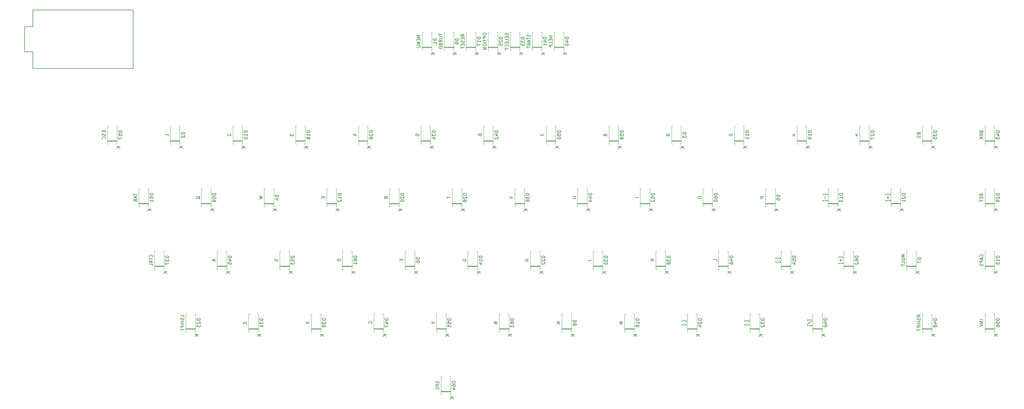
<source format=gbr>
G04 #@! TF.GenerationSoftware,KiCad,Pcbnew,5.1.5+dfsg1-2build2*
G04 #@! TF.CreationDate,2020-11-07T01:55:29-05:00*
G04 #@! TF.ProjectId,atari-keyboard,61746172-692d-46b6-9579-626f6172642e,rev?*
G04 #@! TF.SameCoordinates,Original*
G04 #@! TF.FileFunction,Legend,Bot*
G04 #@! TF.FilePolarity,Positive*
%FSLAX46Y46*%
G04 Gerber Fmt 4.6, Leading zero omitted, Abs format (unit mm)*
G04 Created by KiCad (PCBNEW 5.1.5+dfsg1-2build2) date 2020-11-07 01:55:29*
%MOMM*%
%LPD*%
G04 APERTURE LIST*
%ADD10C,0.120000*%
%ADD11C,0.150000*%
G04 APERTURE END LIST*
D10*
X114745000Y-112430000D02*
X111805000Y-112430000D01*
X114745000Y-112190000D02*
X111805000Y-112190000D01*
X114745000Y-112310000D02*
X111805000Y-112310000D01*
X111805000Y-107770000D02*
X112135000Y-107770000D01*
X111805000Y-113210000D02*
X111805000Y-107770000D01*
X112135000Y-113210000D02*
X111805000Y-113210000D01*
X114745000Y-107770000D02*
X114415000Y-107770000D01*
X114745000Y-113210000D02*
X114745000Y-107770000D01*
X114415000Y-113210000D02*
X114745000Y-113210000D01*
X132438750Y-93380000D02*
X129498750Y-93380000D01*
X132438750Y-93140000D02*
X129498750Y-93140000D01*
X132438750Y-93260000D02*
X129498750Y-93260000D01*
X129498750Y-88720000D02*
X129828750Y-88720000D01*
X129498750Y-94160000D02*
X129498750Y-88720000D01*
X129828750Y-94160000D02*
X129498750Y-94160000D01*
X132438750Y-88720000D02*
X132108750Y-88720000D01*
X132438750Y-94160000D02*
X132438750Y-88720000D01*
X132108750Y-94160000D02*
X132438750Y-94160000D01*
X237213750Y-74330000D02*
X234273750Y-74330000D01*
X237213750Y-74090000D02*
X234273750Y-74090000D01*
X237213750Y-74210000D02*
X234273750Y-74210000D01*
X234273750Y-69670000D02*
X234603750Y-69670000D01*
X234273750Y-75110000D02*
X234273750Y-69670000D01*
X234603750Y-75110000D02*
X234273750Y-75110000D01*
X237213750Y-69670000D02*
X236883750Y-69670000D01*
X237213750Y-75110000D02*
X237213750Y-69670000D01*
X236883750Y-75110000D02*
X237213750Y-75110000D01*
X84813750Y-74330000D02*
X81873750Y-74330000D01*
X84813750Y-74090000D02*
X81873750Y-74090000D01*
X84813750Y-74210000D02*
X81873750Y-74210000D01*
X81873750Y-69670000D02*
X82203750Y-69670000D01*
X81873750Y-75110000D02*
X81873750Y-69670000D01*
X82203750Y-75110000D02*
X81873750Y-75110000D01*
X84813750Y-69670000D02*
X84483750Y-69670000D01*
X84813750Y-75110000D02*
X84813750Y-69670000D01*
X84483750Y-75110000D02*
X84813750Y-75110000D01*
X194351250Y-55280000D02*
X191411250Y-55280000D01*
X194351250Y-55040000D02*
X191411250Y-55040000D01*
X194351250Y-55160000D02*
X191411250Y-55160000D01*
X191411250Y-50620000D02*
X191741250Y-50620000D01*
X191411250Y-56060000D02*
X191411250Y-50620000D01*
X191741250Y-56060000D02*
X191411250Y-56060000D01*
X194351250Y-50620000D02*
X194021250Y-50620000D01*
X194351250Y-56060000D02*
X194351250Y-50620000D01*
X194021250Y-56060000D02*
X194351250Y-56060000D01*
X41951250Y-55280000D02*
X39011250Y-55280000D01*
X41951250Y-55040000D02*
X39011250Y-55040000D01*
X41951250Y-55160000D02*
X39011250Y-55160000D01*
X39011250Y-50620000D02*
X39341250Y-50620000D01*
X39011250Y-56060000D02*
X39011250Y-50620000D01*
X39341250Y-56060000D02*
X39011250Y-56060000D01*
X41951250Y-50620000D02*
X41621250Y-50620000D01*
X41951250Y-56060000D02*
X41951250Y-50620000D01*
X41621250Y-56060000D02*
X41951250Y-56060000D01*
X165776250Y-36230000D02*
X162836250Y-36230000D01*
X165776250Y-35990000D02*
X162836250Y-35990000D01*
X165776250Y-36110000D02*
X162836250Y-36110000D01*
X162836250Y-31570000D02*
X163166250Y-31570000D01*
X162836250Y-37010000D02*
X162836250Y-31570000D01*
X163166250Y-37010000D02*
X162836250Y-37010000D01*
X165776250Y-31570000D02*
X165446250Y-31570000D01*
X165776250Y-37010000D02*
X165776250Y-31570000D01*
X165446250Y-37010000D02*
X165776250Y-37010000D01*
X13376250Y-36230000D02*
X10436250Y-36230000D01*
X13376250Y-35990000D02*
X10436250Y-35990000D01*
X13376250Y-36110000D02*
X10436250Y-36110000D01*
X10436250Y-31570000D02*
X10766250Y-31570000D01*
X10436250Y-37010000D02*
X10436250Y-31570000D01*
X10766250Y-37010000D02*
X10436250Y-37010000D01*
X13376250Y-31570000D02*
X13046250Y-31570000D01*
X13376250Y-37010000D02*
X13376250Y-31570000D01*
X13046250Y-37010000D02*
X13376250Y-37010000D01*
X280076250Y-93380000D02*
X277136250Y-93380000D01*
X280076250Y-93140000D02*
X277136250Y-93140000D01*
X280076250Y-93260000D02*
X277136250Y-93260000D01*
X277136250Y-88720000D02*
X277466250Y-88720000D01*
X277136250Y-94160000D02*
X277136250Y-88720000D01*
X277466250Y-94160000D02*
X277136250Y-94160000D01*
X280076250Y-88720000D02*
X279746250Y-88720000D01*
X280076250Y-94160000D02*
X280076250Y-88720000D01*
X279746250Y-94160000D02*
X280076250Y-94160000D01*
X113388750Y-93380000D02*
X110448750Y-93380000D01*
X113388750Y-93140000D02*
X110448750Y-93140000D01*
X113388750Y-93260000D02*
X110448750Y-93260000D01*
X110448750Y-88720000D02*
X110778750Y-88720000D01*
X110448750Y-94160000D02*
X110448750Y-88720000D01*
X110778750Y-94160000D02*
X110448750Y-94160000D01*
X113388750Y-88720000D02*
X113058750Y-88720000D01*
X113388750Y-94160000D02*
X113388750Y-88720000D01*
X113058750Y-94160000D02*
X113388750Y-94160000D01*
X218163750Y-74330000D02*
X215223750Y-74330000D01*
X218163750Y-74090000D02*
X215223750Y-74090000D01*
X218163750Y-74210000D02*
X215223750Y-74210000D01*
X215223750Y-69670000D02*
X215553750Y-69670000D01*
X215223750Y-75110000D02*
X215223750Y-69670000D01*
X215553750Y-75110000D02*
X215223750Y-75110000D01*
X218163750Y-69670000D02*
X217833750Y-69670000D01*
X218163750Y-75110000D02*
X218163750Y-69670000D01*
X217833750Y-75110000D02*
X218163750Y-75110000D01*
X65763750Y-74330000D02*
X62823750Y-74330000D01*
X65763750Y-74090000D02*
X62823750Y-74090000D01*
X65763750Y-74210000D02*
X62823750Y-74210000D01*
X62823750Y-69670000D02*
X63153750Y-69670000D01*
X62823750Y-75110000D02*
X62823750Y-69670000D01*
X63153750Y-75110000D02*
X62823750Y-75110000D01*
X65763750Y-69670000D02*
X65433750Y-69670000D01*
X65763750Y-75110000D02*
X65763750Y-69670000D01*
X65433750Y-75110000D02*
X65763750Y-75110000D01*
X175301250Y-55280000D02*
X172361250Y-55280000D01*
X175301250Y-55040000D02*
X172361250Y-55040000D01*
X175301250Y-55160000D02*
X172361250Y-55160000D01*
X172361250Y-50620000D02*
X172691250Y-50620000D01*
X172361250Y-56060000D02*
X172361250Y-50620000D01*
X172691250Y-56060000D02*
X172361250Y-56060000D01*
X175301250Y-50620000D02*
X174971250Y-50620000D01*
X175301250Y-56060000D02*
X175301250Y-50620000D01*
X174971250Y-56060000D02*
X175301250Y-56060000D01*
X22901250Y-55280000D02*
X19961250Y-55280000D01*
X22901250Y-55040000D02*
X19961250Y-55040000D01*
X22901250Y-55160000D02*
X19961250Y-55160000D01*
X19961250Y-50620000D02*
X20291250Y-50620000D01*
X19961250Y-56060000D02*
X19961250Y-50620000D01*
X20291250Y-56060000D02*
X19961250Y-56060000D01*
X22901250Y-50620000D02*
X22571250Y-50620000D01*
X22901250Y-56060000D02*
X22901250Y-50620000D01*
X22571250Y-56060000D02*
X22901250Y-56060000D01*
X146726250Y-36230000D02*
X143786250Y-36230000D01*
X146726250Y-35990000D02*
X143786250Y-35990000D01*
X146726250Y-36110000D02*
X143786250Y-36110000D01*
X143786250Y-31570000D02*
X144116250Y-31570000D01*
X143786250Y-37010000D02*
X143786250Y-31570000D01*
X144116250Y-37010000D02*
X143786250Y-37010000D01*
X146726250Y-31570000D02*
X146396250Y-31570000D01*
X146726250Y-37010000D02*
X146726250Y-31570000D01*
X146396250Y-37010000D02*
X146726250Y-37010000D01*
X149151250Y-7767500D02*
X146211250Y-7767500D01*
X149151250Y-7527500D02*
X146211250Y-7527500D01*
X149151250Y-7647500D02*
X146211250Y-7647500D01*
X146211250Y-3107500D02*
X146541250Y-3107500D01*
X146211250Y-8547500D02*
X146211250Y-3107500D01*
X146541250Y-8547500D02*
X146211250Y-8547500D01*
X149151250Y-3107500D02*
X148821250Y-3107500D01*
X149151250Y-8547500D02*
X149151250Y-3107500D01*
X148821250Y-8547500D02*
X149151250Y-8547500D01*
X261026250Y-93380000D02*
X258086250Y-93380000D01*
X261026250Y-93140000D02*
X258086250Y-93140000D01*
X261026250Y-93260000D02*
X258086250Y-93260000D01*
X258086250Y-88720000D02*
X258416250Y-88720000D01*
X258086250Y-94160000D02*
X258086250Y-88720000D01*
X258416250Y-94160000D02*
X258086250Y-94160000D01*
X261026250Y-88720000D02*
X260696250Y-88720000D01*
X261026250Y-94160000D02*
X261026250Y-88720000D01*
X260696250Y-94160000D02*
X261026250Y-94160000D01*
X94338750Y-93380000D02*
X91398750Y-93380000D01*
X94338750Y-93140000D02*
X91398750Y-93140000D01*
X94338750Y-93260000D02*
X91398750Y-93260000D01*
X91398750Y-88720000D02*
X91728750Y-88720000D01*
X91398750Y-94160000D02*
X91398750Y-88720000D01*
X91728750Y-94160000D02*
X91398750Y-94160000D01*
X94338750Y-88720000D02*
X94008750Y-88720000D01*
X94338750Y-94160000D02*
X94338750Y-88720000D01*
X94008750Y-94160000D02*
X94338750Y-94160000D01*
X199113750Y-74330000D02*
X196173750Y-74330000D01*
X199113750Y-74090000D02*
X196173750Y-74090000D01*
X199113750Y-74210000D02*
X196173750Y-74210000D01*
X196173750Y-69670000D02*
X196503750Y-69670000D01*
X196173750Y-75110000D02*
X196173750Y-69670000D01*
X196503750Y-75110000D02*
X196173750Y-75110000D01*
X199113750Y-69670000D02*
X198783750Y-69670000D01*
X199113750Y-75110000D02*
X199113750Y-69670000D01*
X198783750Y-75110000D02*
X199113750Y-75110000D01*
X46713750Y-74330000D02*
X43773750Y-74330000D01*
X46713750Y-74090000D02*
X43773750Y-74090000D01*
X46713750Y-74210000D02*
X43773750Y-74210000D01*
X43773750Y-69670000D02*
X44103750Y-69670000D01*
X43773750Y-75110000D02*
X43773750Y-69670000D01*
X44103750Y-75110000D02*
X43773750Y-75110000D01*
X46713750Y-69670000D02*
X46383750Y-69670000D01*
X46713750Y-75110000D02*
X46713750Y-69670000D01*
X46383750Y-75110000D02*
X46713750Y-75110000D01*
X156251250Y-55280000D02*
X153311250Y-55280000D01*
X156251250Y-55040000D02*
X153311250Y-55040000D01*
X156251250Y-55160000D02*
X153311250Y-55160000D01*
X153311250Y-50620000D02*
X153641250Y-50620000D01*
X153311250Y-56060000D02*
X153311250Y-50620000D01*
X153641250Y-56060000D02*
X153311250Y-56060000D01*
X156251250Y-50620000D02*
X155921250Y-50620000D01*
X156251250Y-56060000D02*
X156251250Y-50620000D01*
X155921250Y-56060000D02*
X156251250Y-56060000D01*
X280076250Y-36230000D02*
X277136250Y-36230000D01*
X280076250Y-35990000D02*
X277136250Y-35990000D01*
X280076250Y-36110000D02*
X277136250Y-36110000D01*
X277136250Y-31570000D02*
X277466250Y-31570000D01*
X277136250Y-37010000D02*
X277136250Y-31570000D01*
X277466250Y-37010000D02*
X277136250Y-37010000D01*
X280076250Y-31570000D02*
X279746250Y-31570000D01*
X280076250Y-37010000D02*
X280076250Y-31570000D01*
X279746250Y-37010000D02*
X280076250Y-37010000D01*
X127676250Y-36230000D02*
X124736250Y-36230000D01*
X127676250Y-35990000D02*
X124736250Y-35990000D01*
X127676250Y-36110000D02*
X124736250Y-36110000D01*
X124736250Y-31570000D02*
X125066250Y-31570000D01*
X124736250Y-37010000D02*
X124736250Y-31570000D01*
X125066250Y-37010000D02*
X124736250Y-37010000D01*
X127676250Y-31570000D02*
X127346250Y-31570000D01*
X127676250Y-37010000D02*
X127676250Y-31570000D01*
X127346250Y-37010000D02*
X127676250Y-37010000D01*
X142459580Y-7767500D02*
X139519580Y-7767500D01*
X142459580Y-7527500D02*
X139519580Y-7527500D01*
X142459580Y-7647500D02*
X139519580Y-7647500D01*
X139519580Y-3107500D02*
X139849580Y-3107500D01*
X139519580Y-8547500D02*
X139519580Y-3107500D01*
X139849580Y-8547500D02*
X139519580Y-8547500D01*
X142459580Y-3107500D02*
X142129580Y-3107500D01*
X142459580Y-8547500D02*
X142459580Y-3107500D01*
X142129580Y-8547500D02*
X142459580Y-8547500D01*
X227688750Y-93380000D02*
X224748750Y-93380000D01*
X227688750Y-93140000D02*
X224748750Y-93140000D01*
X227688750Y-93260000D02*
X224748750Y-93260000D01*
X224748750Y-88720000D02*
X225078750Y-88720000D01*
X224748750Y-94160000D02*
X224748750Y-88720000D01*
X225078750Y-94160000D02*
X224748750Y-94160000D01*
X227688750Y-88720000D02*
X227358750Y-88720000D01*
X227688750Y-94160000D02*
X227688750Y-88720000D01*
X227358750Y-94160000D02*
X227688750Y-94160000D01*
X75288750Y-93380000D02*
X72348750Y-93380000D01*
X75288750Y-93140000D02*
X72348750Y-93140000D01*
X75288750Y-93260000D02*
X72348750Y-93260000D01*
X72348750Y-88720000D02*
X72678750Y-88720000D01*
X72348750Y-94160000D02*
X72348750Y-88720000D01*
X72678750Y-94160000D02*
X72348750Y-94160000D01*
X75288750Y-88720000D02*
X74958750Y-88720000D01*
X75288750Y-94160000D02*
X75288750Y-88720000D01*
X74958750Y-94160000D02*
X75288750Y-94160000D01*
X180063750Y-74330000D02*
X177123750Y-74330000D01*
X180063750Y-74090000D02*
X177123750Y-74090000D01*
X180063750Y-74210000D02*
X177123750Y-74210000D01*
X177123750Y-69670000D02*
X177453750Y-69670000D01*
X177123750Y-75110000D02*
X177123750Y-69670000D01*
X177453750Y-75110000D02*
X177123750Y-75110000D01*
X180063750Y-69670000D02*
X179733750Y-69670000D01*
X180063750Y-75110000D02*
X180063750Y-69670000D01*
X179733750Y-75110000D02*
X180063750Y-75110000D01*
X27663750Y-74330000D02*
X24723750Y-74330000D01*
X27663750Y-74090000D02*
X24723750Y-74090000D01*
X27663750Y-74210000D02*
X24723750Y-74210000D01*
X24723750Y-69670000D02*
X25053750Y-69670000D01*
X24723750Y-75110000D02*
X24723750Y-69670000D01*
X25053750Y-75110000D02*
X24723750Y-75110000D01*
X27663750Y-69670000D02*
X27333750Y-69670000D01*
X27663750Y-75110000D02*
X27663750Y-69670000D01*
X27333750Y-75110000D02*
X27663750Y-75110000D01*
X137201250Y-55280000D02*
X134261250Y-55280000D01*
X137201250Y-55040000D02*
X134261250Y-55040000D01*
X137201250Y-55160000D02*
X134261250Y-55160000D01*
X134261250Y-50620000D02*
X134591250Y-50620000D01*
X134261250Y-56060000D02*
X134261250Y-50620000D01*
X134591250Y-56060000D02*
X134261250Y-56060000D01*
X137201250Y-50620000D02*
X136871250Y-50620000D01*
X137201250Y-56060000D02*
X137201250Y-50620000D01*
X136871250Y-56060000D02*
X137201250Y-56060000D01*
X261026250Y-36230000D02*
X258086250Y-36230000D01*
X261026250Y-35990000D02*
X258086250Y-35990000D01*
X261026250Y-36110000D02*
X258086250Y-36110000D01*
X258086250Y-31570000D02*
X258416250Y-31570000D01*
X258086250Y-37010000D02*
X258086250Y-31570000D01*
X258416250Y-37010000D02*
X258086250Y-37010000D01*
X261026250Y-31570000D02*
X260696250Y-31570000D01*
X261026250Y-37010000D02*
X261026250Y-31570000D01*
X260696250Y-37010000D02*
X261026250Y-37010000D01*
X108626250Y-36230000D02*
X105686250Y-36230000D01*
X108626250Y-35990000D02*
X105686250Y-35990000D01*
X108626250Y-36110000D02*
X105686250Y-36110000D01*
X105686250Y-31570000D02*
X106016250Y-31570000D01*
X105686250Y-37010000D02*
X105686250Y-31570000D01*
X106016250Y-37010000D02*
X105686250Y-37010000D01*
X108626250Y-31570000D02*
X108296250Y-31570000D01*
X108626250Y-37010000D02*
X108626250Y-31570000D01*
X108296250Y-37010000D02*
X108626250Y-37010000D01*
X135767914Y-7767500D02*
X132827914Y-7767500D01*
X135767914Y-7527500D02*
X132827914Y-7527500D01*
X135767914Y-7647500D02*
X132827914Y-7647500D01*
X132827914Y-3107500D02*
X133157914Y-3107500D01*
X132827914Y-8547500D02*
X132827914Y-3107500D01*
X133157914Y-8547500D02*
X132827914Y-8547500D01*
X135767914Y-3107500D02*
X135437914Y-3107500D01*
X135767914Y-8547500D02*
X135767914Y-3107500D01*
X135437914Y-8547500D02*
X135767914Y-8547500D01*
X208638750Y-93380000D02*
X205698750Y-93380000D01*
X208638750Y-93140000D02*
X205698750Y-93140000D01*
X208638750Y-93260000D02*
X205698750Y-93260000D01*
X205698750Y-88720000D02*
X206028750Y-88720000D01*
X205698750Y-94160000D02*
X205698750Y-88720000D01*
X206028750Y-94160000D02*
X205698750Y-94160000D01*
X208638750Y-88720000D02*
X208308750Y-88720000D01*
X208638750Y-94160000D02*
X208638750Y-88720000D01*
X208308750Y-94160000D02*
X208638750Y-94160000D01*
X56238750Y-93380000D02*
X53298750Y-93380000D01*
X56238750Y-93140000D02*
X53298750Y-93140000D01*
X56238750Y-93260000D02*
X53298750Y-93260000D01*
X53298750Y-88720000D02*
X53628750Y-88720000D01*
X53298750Y-94160000D02*
X53298750Y-88720000D01*
X53628750Y-94160000D02*
X53298750Y-94160000D01*
X56238750Y-88720000D02*
X55908750Y-88720000D01*
X56238750Y-94160000D02*
X56238750Y-88720000D01*
X55908750Y-94160000D02*
X56238750Y-94160000D01*
X161013750Y-74330000D02*
X158073750Y-74330000D01*
X161013750Y-74090000D02*
X158073750Y-74090000D01*
X161013750Y-74210000D02*
X158073750Y-74210000D01*
X158073750Y-69670000D02*
X158403750Y-69670000D01*
X158073750Y-75110000D02*
X158073750Y-69670000D01*
X158403750Y-75110000D02*
X158073750Y-75110000D01*
X161013750Y-69670000D02*
X160683750Y-69670000D01*
X161013750Y-75110000D02*
X161013750Y-69670000D01*
X160683750Y-75110000D02*
X161013750Y-75110000D01*
X280076250Y-55280000D02*
X277136250Y-55280000D01*
X280076250Y-55040000D02*
X277136250Y-55040000D01*
X280076250Y-55160000D02*
X277136250Y-55160000D01*
X277136250Y-50620000D02*
X277466250Y-50620000D01*
X277136250Y-56060000D02*
X277136250Y-50620000D01*
X277466250Y-56060000D02*
X277136250Y-56060000D01*
X280076250Y-50620000D02*
X279746250Y-50620000D01*
X280076250Y-56060000D02*
X280076250Y-50620000D01*
X279746250Y-56060000D02*
X280076250Y-56060000D01*
X118151250Y-55280000D02*
X115211250Y-55280000D01*
X118151250Y-55040000D02*
X115211250Y-55040000D01*
X118151250Y-55160000D02*
X115211250Y-55160000D01*
X115211250Y-50620000D02*
X115541250Y-50620000D01*
X115211250Y-56060000D02*
X115211250Y-50620000D01*
X115541250Y-56060000D02*
X115211250Y-56060000D01*
X118151250Y-50620000D02*
X117821250Y-50620000D01*
X118151250Y-56060000D02*
X118151250Y-50620000D01*
X117821250Y-56060000D02*
X118151250Y-56060000D01*
X241976250Y-36230000D02*
X239036250Y-36230000D01*
X241976250Y-35990000D02*
X239036250Y-35990000D01*
X241976250Y-36110000D02*
X239036250Y-36110000D01*
X239036250Y-31570000D02*
X239366250Y-31570000D01*
X239036250Y-37010000D02*
X239036250Y-31570000D01*
X239366250Y-37010000D02*
X239036250Y-37010000D01*
X241976250Y-31570000D02*
X241646250Y-31570000D01*
X241976250Y-37010000D02*
X241976250Y-31570000D01*
X241646250Y-37010000D02*
X241976250Y-37010000D01*
X89576250Y-36230000D02*
X86636250Y-36230000D01*
X89576250Y-35990000D02*
X86636250Y-35990000D01*
X89576250Y-36110000D02*
X86636250Y-36110000D01*
X86636250Y-31570000D02*
X86966250Y-31570000D01*
X86636250Y-37010000D02*
X86636250Y-31570000D01*
X86966250Y-37010000D02*
X86636250Y-37010000D01*
X89576250Y-31570000D02*
X89246250Y-31570000D01*
X89576250Y-37010000D02*
X89576250Y-31570000D01*
X89246250Y-37010000D02*
X89576250Y-37010000D01*
X129076248Y-7767500D02*
X126136248Y-7767500D01*
X129076248Y-7527500D02*
X126136248Y-7527500D01*
X129076248Y-7647500D02*
X126136248Y-7647500D01*
X126136248Y-3107500D02*
X126466248Y-3107500D01*
X126136248Y-8547500D02*
X126136248Y-3107500D01*
X126466248Y-8547500D02*
X126136248Y-8547500D01*
X129076248Y-3107500D02*
X128746248Y-3107500D01*
X129076248Y-8547500D02*
X129076248Y-3107500D01*
X128746248Y-8547500D02*
X129076248Y-8547500D01*
X189588750Y-93380000D02*
X186648750Y-93380000D01*
X189588750Y-93140000D02*
X186648750Y-93140000D01*
X189588750Y-93260000D02*
X186648750Y-93260000D01*
X186648750Y-88720000D02*
X186978750Y-88720000D01*
X186648750Y-94160000D02*
X186648750Y-88720000D01*
X186978750Y-94160000D02*
X186648750Y-94160000D01*
X189588750Y-88720000D02*
X189258750Y-88720000D01*
X189588750Y-94160000D02*
X189588750Y-88720000D01*
X189258750Y-94160000D02*
X189588750Y-94160000D01*
X37188750Y-93380000D02*
X34248750Y-93380000D01*
X37188750Y-93140000D02*
X34248750Y-93140000D01*
X37188750Y-93260000D02*
X34248750Y-93260000D01*
X34248750Y-88720000D02*
X34578750Y-88720000D01*
X34248750Y-94160000D02*
X34248750Y-88720000D01*
X34578750Y-94160000D02*
X34248750Y-94160000D01*
X37188750Y-88720000D02*
X36858750Y-88720000D01*
X37188750Y-94160000D02*
X37188750Y-88720000D01*
X36858750Y-94160000D02*
X37188750Y-94160000D01*
X141963750Y-74330000D02*
X139023750Y-74330000D01*
X141963750Y-74090000D02*
X139023750Y-74090000D01*
X141963750Y-74210000D02*
X139023750Y-74210000D01*
X139023750Y-69670000D02*
X139353750Y-69670000D01*
X139023750Y-75110000D02*
X139023750Y-69670000D01*
X139353750Y-75110000D02*
X139023750Y-75110000D01*
X141963750Y-69670000D02*
X141633750Y-69670000D01*
X141963750Y-75110000D02*
X141963750Y-69670000D01*
X141633750Y-75110000D02*
X141963750Y-75110000D01*
X251501250Y-55280000D02*
X248561250Y-55280000D01*
X251501250Y-55040000D02*
X248561250Y-55040000D01*
X251501250Y-55160000D02*
X248561250Y-55160000D01*
X248561250Y-50620000D02*
X248891250Y-50620000D01*
X248561250Y-56060000D02*
X248561250Y-50620000D01*
X248891250Y-56060000D02*
X248561250Y-56060000D01*
X251501250Y-50620000D02*
X251171250Y-50620000D01*
X251501250Y-56060000D02*
X251501250Y-50620000D01*
X251171250Y-56060000D02*
X251501250Y-56060000D01*
X99101250Y-55280000D02*
X96161250Y-55280000D01*
X99101250Y-55040000D02*
X96161250Y-55040000D01*
X99101250Y-55160000D02*
X96161250Y-55160000D01*
X96161250Y-50620000D02*
X96491250Y-50620000D01*
X96161250Y-56060000D02*
X96161250Y-50620000D01*
X96491250Y-56060000D02*
X96161250Y-56060000D01*
X99101250Y-50620000D02*
X98771250Y-50620000D01*
X99101250Y-56060000D02*
X99101250Y-50620000D01*
X98771250Y-56060000D02*
X99101250Y-56060000D01*
X222926250Y-36230000D02*
X219986250Y-36230000D01*
X222926250Y-35990000D02*
X219986250Y-35990000D01*
X222926250Y-36110000D02*
X219986250Y-36110000D01*
X219986250Y-31570000D02*
X220316250Y-31570000D01*
X219986250Y-37010000D02*
X219986250Y-31570000D01*
X220316250Y-37010000D02*
X219986250Y-37010000D01*
X222926250Y-31570000D02*
X222596250Y-31570000D01*
X222926250Y-37010000D02*
X222926250Y-31570000D01*
X222596250Y-37010000D02*
X222926250Y-37010000D01*
X70526250Y-36230000D02*
X67586250Y-36230000D01*
X70526250Y-35990000D02*
X67586250Y-35990000D01*
X70526250Y-36110000D02*
X67586250Y-36110000D01*
X67586250Y-31570000D02*
X67916250Y-31570000D01*
X67586250Y-37010000D02*
X67586250Y-31570000D01*
X67916250Y-37010000D02*
X67586250Y-37010000D01*
X70526250Y-31570000D02*
X70196250Y-31570000D01*
X70526250Y-37010000D02*
X70526250Y-31570000D01*
X70196250Y-37010000D02*
X70526250Y-37010000D01*
X122384582Y-7767500D02*
X119444582Y-7767500D01*
X122384582Y-7527500D02*
X119444582Y-7527500D01*
X122384582Y-7647500D02*
X119444582Y-7647500D01*
X119444582Y-3107500D02*
X119774582Y-3107500D01*
X119444582Y-8547500D02*
X119444582Y-3107500D01*
X119774582Y-8547500D02*
X119444582Y-8547500D01*
X122384582Y-3107500D02*
X122054582Y-3107500D01*
X122384582Y-8547500D02*
X122384582Y-3107500D01*
X122054582Y-8547500D02*
X122384582Y-8547500D01*
X170538750Y-93380000D02*
X167598750Y-93380000D01*
X170538750Y-93140000D02*
X167598750Y-93140000D01*
X170538750Y-93260000D02*
X167598750Y-93260000D01*
X167598750Y-88720000D02*
X167928750Y-88720000D01*
X167598750Y-94160000D02*
X167598750Y-88720000D01*
X167928750Y-94160000D02*
X167598750Y-94160000D01*
X170538750Y-88720000D02*
X170208750Y-88720000D01*
X170538750Y-94160000D02*
X170538750Y-88720000D01*
X170208750Y-94160000D02*
X170538750Y-94160000D01*
X280076250Y-74330000D02*
X277136250Y-74330000D01*
X280076250Y-74090000D02*
X277136250Y-74090000D01*
X280076250Y-74210000D02*
X277136250Y-74210000D01*
X277136250Y-69670000D02*
X277466250Y-69670000D01*
X277136250Y-75110000D02*
X277136250Y-69670000D01*
X277466250Y-75110000D02*
X277136250Y-75110000D01*
X280076250Y-69670000D02*
X279746250Y-69670000D01*
X280076250Y-75110000D02*
X280076250Y-69670000D01*
X279746250Y-75110000D02*
X280076250Y-75110000D01*
X122913750Y-74330000D02*
X119973750Y-74330000D01*
X122913750Y-74090000D02*
X119973750Y-74090000D01*
X122913750Y-74210000D02*
X119973750Y-74210000D01*
X119973750Y-69670000D02*
X120303750Y-69670000D01*
X119973750Y-75110000D02*
X119973750Y-69670000D01*
X120303750Y-75110000D02*
X119973750Y-75110000D01*
X122913750Y-69670000D02*
X122583750Y-69670000D01*
X122913750Y-75110000D02*
X122913750Y-69670000D01*
X122583750Y-75110000D02*
X122913750Y-75110000D01*
X232451250Y-55280000D02*
X229511250Y-55280000D01*
X232451250Y-55040000D02*
X229511250Y-55040000D01*
X232451250Y-55160000D02*
X229511250Y-55160000D01*
X229511250Y-50620000D02*
X229841250Y-50620000D01*
X229511250Y-56060000D02*
X229511250Y-50620000D01*
X229841250Y-56060000D02*
X229511250Y-56060000D01*
X232451250Y-50620000D02*
X232121250Y-50620000D01*
X232451250Y-56060000D02*
X232451250Y-50620000D01*
X232121250Y-56060000D02*
X232451250Y-56060000D01*
X80051250Y-55280000D02*
X77111250Y-55280000D01*
X80051250Y-55040000D02*
X77111250Y-55040000D01*
X80051250Y-55160000D02*
X77111250Y-55160000D01*
X77111250Y-50620000D02*
X77441250Y-50620000D01*
X77111250Y-56060000D02*
X77111250Y-50620000D01*
X77441250Y-56060000D02*
X77111250Y-56060000D01*
X80051250Y-50620000D02*
X79721250Y-50620000D01*
X80051250Y-56060000D02*
X80051250Y-50620000D01*
X79721250Y-56060000D02*
X80051250Y-56060000D01*
X203876250Y-36230000D02*
X200936250Y-36230000D01*
X203876250Y-35990000D02*
X200936250Y-35990000D01*
X203876250Y-36110000D02*
X200936250Y-36110000D01*
X200936250Y-31570000D02*
X201266250Y-31570000D01*
X200936250Y-37010000D02*
X200936250Y-31570000D01*
X201266250Y-37010000D02*
X200936250Y-37010000D01*
X203876250Y-31570000D02*
X203546250Y-31570000D01*
X203876250Y-37010000D02*
X203876250Y-31570000D01*
X203546250Y-37010000D02*
X203876250Y-37010000D01*
X51476250Y-36230000D02*
X48536250Y-36230000D01*
X51476250Y-35990000D02*
X48536250Y-35990000D01*
X51476250Y-36110000D02*
X48536250Y-36110000D01*
X48536250Y-31570000D02*
X48866250Y-31570000D01*
X48536250Y-37010000D02*
X48536250Y-31570000D01*
X48866250Y-37010000D02*
X48536250Y-37010000D01*
X51476250Y-31570000D02*
X51146250Y-31570000D01*
X51476250Y-37010000D02*
X51476250Y-31570000D01*
X51146250Y-37010000D02*
X51476250Y-37010000D01*
X115692916Y-7767500D02*
X112752916Y-7767500D01*
X115692916Y-7527500D02*
X112752916Y-7527500D01*
X115692916Y-7647500D02*
X112752916Y-7647500D01*
X112752916Y-3107500D02*
X113082916Y-3107500D01*
X112752916Y-8547500D02*
X112752916Y-3107500D01*
X113082916Y-8547500D02*
X112752916Y-8547500D01*
X115692916Y-3107500D02*
X115362916Y-3107500D01*
X115692916Y-8547500D02*
X115692916Y-3107500D01*
X115362916Y-8547500D02*
X115692916Y-8547500D01*
X151488750Y-93380000D02*
X148548750Y-93380000D01*
X151488750Y-93140000D02*
X148548750Y-93140000D01*
X151488750Y-93260000D02*
X148548750Y-93260000D01*
X148548750Y-88720000D02*
X148878750Y-88720000D01*
X148548750Y-94160000D02*
X148548750Y-88720000D01*
X148878750Y-94160000D02*
X148548750Y-94160000D01*
X151488750Y-88720000D02*
X151158750Y-88720000D01*
X151488750Y-94160000D02*
X151488750Y-88720000D01*
X151158750Y-94160000D02*
X151488750Y-94160000D01*
X256263750Y-74330000D02*
X253323750Y-74330000D01*
X256263750Y-74090000D02*
X253323750Y-74090000D01*
X256263750Y-74210000D02*
X253323750Y-74210000D01*
X253323750Y-69670000D02*
X253653750Y-69670000D01*
X253323750Y-75110000D02*
X253323750Y-69670000D01*
X253653750Y-75110000D02*
X253323750Y-75110000D01*
X256263750Y-69670000D02*
X255933750Y-69670000D01*
X256263750Y-75110000D02*
X256263750Y-69670000D01*
X255933750Y-75110000D02*
X256263750Y-75110000D01*
X103863750Y-74330000D02*
X100923750Y-74330000D01*
X103863750Y-74090000D02*
X100923750Y-74090000D01*
X103863750Y-74210000D02*
X100923750Y-74210000D01*
X100923750Y-69670000D02*
X101253750Y-69670000D01*
X100923750Y-75110000D02*
X100923750Y-69670000D01*
X101253750Y-75110000D02*
X100923750Y-75110000D01*
X103863750Y-69670000D02*
X103533750Y-69670000D01*
X103863750Y-75110000D02*
X103863750Y-69670000D01*
X103533750Y-75110000D02*
X103863750Y-75110000D01*
X213401250Y-55280000D02*
X210461250Y-55280000D01*
X213401250Y-55040000D02*
X210461250Y-55040000D01*
X213401250Y-55160000D02*
X210461250Y-55160000D01*
X210461250Y-50620000D02*
X210791250Y-50620000D01*
X210461250Y-56060000D02*
X210461250Y-50620000D01*
X210791250Y-56060000D02*
X210461250Y-56060000D01*
X213401250Y-50620000D02*
X213071250Y-50620000D01*
X213401250Y-56060000D02*
X213401250Y-50620000D01*
X213071250Y-56060000D02*
X213401250Y-56060000D01*
X61001250Y-55280000D02*
X58061250Y-55280000D01*
X61001250Y-55040000D02*
X58061250Y-55040000D01*
X61001250Y-55160000D02*
X58061250Y-55160000D01*
X58061250Y-50620000D02*
X58391250Y-50620000D01*
X58061250Y-56060000D02*
X58061250Y-50620000D01*
X58391250Y-56060000D02*
X58061250Y-56060000D01*
X61001250Y-50620000D02*
X60671250Y-50620000D01*
X61001250Y-56060000D02*
X61001250Y-50620000D01*
X60671250Y-56060000D02*
X61001250Y-56060000D01*
X184826250Y-36230000D02*
X181886250Y-36230000D01*
X184826250Y-35990000D02*
X181886250Y-35990000D01*
X184826250Y-36110000D02*
X181886250Y-36110000D01*
X181886250Y-31570000D02*
X182216250Y-31570000D01*
X181886250Y-37010000D02*
X181886250Y-31570000D01*
X182216250Y-37010000D02*
X181886250Y-37010000D01*
X184826250Y-31570000D02*
X184496250Y-31570000D01*
X184826250Y-37010000D02*
X184826250Y-31570000D01*
X184496250Y-37010000D02*
X184826250Y-37010000D01*
X32426250Y-36230000D02*
X29486250Y-36230000D01*
X32426250Y-35990000D02*
X29486250Y-35990000D01*
X32426250Y-36110000D02*
X29486250Y-36110000D01*
X29486250Y-31570000D02*
X29816250Y-31570000D01*
X29486250Y-37010000D02*
X29486250Y-31570000D01*
X29816250Y-37010000D02*
X29486250Y-37010000D01*
X32426250Y-31570000D02*
X32096250Y-31570000D01*
X32426250Y-37010000D02*
X32426250Y-31570000D01*
X32096250Y-37010000D02*
X32426250Y-37010000D01*
X109001250Y-7767500D02*
X106061250Y-7767500D01*
X109001250Y-7527500D02*
X106061250Y-7527500D01*
X109001250Y-7647500D02*
X106061250Y-7647500D01*
X106061250Y-3107500D02*
X106391250Y-3107500D01*
X106061250Y-8547500D02*
X106061250Y-3107500D01*
X106391250Y-8547500D02*
X106061250Y-8547500D01*
X109001250Y-3107500D02*
X108671250Y-3107500D01*
X109001250Y-8547500D02*
X109001250Y-3107500D01*
X108671250Y-8547500D02*
X109001250Y-8547500D01*
D11*
X18290000Y3715000D02*
X18290000Y-14065000D01*
X18290000Y-14065000D02*
X-12190000Y-14065000D01*
X-12190000Y-14065000D02*
X-12190000Y-8985000D01*
X-12190000Y-8985000D02*
X-14730000Y-8985000D01*
X-14730000Y-8985000D02*
X-14730000Y-1365000D01*
X-14730000Y-1365000D02*
X-12190000Y-1365000D01*
X-12190000Y-1365000D02*
X-12190000Y3715000D01*
X-12190000Y3715000D02*
X18290000Y3715000D01*
X116197380Y-109275714D02*
X115197380Y-109275714D01*
X115197380Y-109513809D01*
X115245000Y-109656666D01*
X115340238Y-109751904D01*
X115435476Y-109799523D01*
X115625952Y-109847142D01*
X115768809Y-109847142D01*
X115959285Y-109799523D01*
X116054523Y-109751904D01*
X116149761Y-109656666D01*
X116197380Y-109513809D01*
X116197380Y-109275714D01*
X115197380Y-110704285D02*
X115197380Y-110513809D01*
X115245000Y-110418571D01*
X115292619Y-110370952D01*
X115435476Y-110275714D01*
X115625952Y-110228095D01*
X116006904Y-110228095D01*
X116102142Y-110275714D01*
X116149761Y-110323333D01*
X116197380Y-110418571D01*
X116197380Y-110609047D01*
X116149761Y-110704285D01*
X116102142Y-110751904D01*
X116006904Y-110799523D01*
X115768809Y-110799523D01*
X115673571Y-110751904D01*
X115625952Y-110704285D01*
X115578333Y-110609047D01*
X115578333Y-110418571D01*
X115625952Y-110323333D01*
X115673571Y-110275714D01*
X115768809Y-110228095D01*
X115530714Y-111656666D02*
X116197380Y-111656666D01*
X115149761Y-111418571D02*
X115864047Y-111180476D01*
X115864047Y-111799523D01*
X111209761Y-109204285D02*
X111257380Y-109347142D01*
X111257380Y-109585238D01*
X111209761Y-109680476D01*
X111162142Y-109728095D01*
X111066904Y-109775714D01*
X110971666Y-109775714D01*
X110876428Y-109728095D01*
X110828809Y-109680476D01*
X110781190Y-109585238D01*
X110733571Y-109394761D01*
X110685952Y-109299523D01*
X110638333Y-109251904D01*
X110543095Y-109204285D01*
X110447857Y-109204285D01*
X110352619Y-109251904D01*
X110305000Y-109299523D01*
X110257380Y-109394761D01*
X110257380Y-109632857D01*
X110305000Y-109775714D01*
X111257380Y-110204285D02*
X110257380Y-110204285D01*
X110257380Y-110585238D01*
X110305000Y-110680476D01*
X110352619Y-110728095D01*
X110447857Y-110775714D01*
X110590714Y-110775714D01*
X110685952Y-110728095D01*
X110733571Y-110680476D01*
X110781190Y-110585238D01*
X110781190Y-110204285D01*
X111162142Y-111775714D02*
X111209761Y-111728095D01*
X111257380Y-111585238D01*
X111257380Y-111490000D01*
X111209761Y-111347142D01*
X111114523Y-111251904D01*
X111019285Y-111204285D01*
X110828809Y-111156666D01*
X110685952Y-111156666D01*
X110495476Y-111204285D01*
X110400238Y-111251904D01*
X110305000Y-111347142D01*
X110257380Y-111490000D01*
X110257380Y-111585238D01*
X110305000Y-111728095D01*
X110352619Y-111775714D01*
X115627380Y-114038095D02*
X114627380Y-114038095D01*
X115627380Y-114609523D02*
X115055952Y-114180952D01*
X114627380Y-114609523D02*
X115198809Y-114038095D01*
X133891130Y-90225714D02*
X132891130Y-90225714D01*
X132891130Y-90463809D01*
X132938750Y-90606666D01*
X133033988Y-90701904D01*
X133129226Y-90749523D01*
X133319702Y-90797142D01*
X133462559Y-90797142D01*
X133653035Y-90749523D01*
X133748273Y-90701904D01*
X133843511Y-90606666D01*
X133891130Y-90463809D01*
X133891130Y-90225714D01*
X132891130Y-91654285D02*
X132891130Y-91463809D01*
X132938750Y-91368571D01*
X132986369Y-91320952D01*
X133129226Y-91225714D01*
X133319702Y-91178095D01*
X133700654Y-91178095D01*
X133795892Y-91225714D01*
X133843511Y-91273333D01*
X133891130Y-91368571D01*
X133891130Y-91559047D01*
X133843511Y-91654285D01*
X133795892Y-91701904D01*
X133700654Y-91749523D01*
X133462559Y-91749523D01*
X133367321Y-91701904D01*
X133319702Y-91654285D01*
X133272083Y-91559047D01*
X133272083Y-91368571D01*
X133319702Y-91273333D01*
X133367321Y-91225714D01*
X133462559Y-91178095D01*
X132891130Y-92082857D02*
X132891130Y-92701904D01*
X133272083Y-92368571D01*
X133272083Y-92511428D01*
X133319702Y-92606666D01*
X133367321Y-92654285D01*
X133462559Y-92701904D01*
X133700654Y-92701904D01*
X133795892Y-92654285D01*
X133843511Y-92606666D01*
X133891130Y-92511428D01*
X133891130Y-92225714D01*
X133843511Y-92130476D01*
X133795892Y-92082857D01*
X128427321Y-91511428D02*
X128474940Y-91654285D01*
X128522559Y-91701904D01*
X128617797Y-91749523D01*
X128760654Y-91749523D01*
X128855892Y-91701904D01*
X128903511Y-91654285D01*
X128951130Y-91559047D01*
X128951130Y-91178095D01*
X127951130Y-91178095D01*
X127951130Y-91511428D01*
X127998750Y-91606666D01*
X128046369Y-91654285D01*
X128141607Y-91701904D01*
X128236845Y-91701904D01*
X128332083Y-91654285D01*
X128379702Y-91606666D01*
X128427321Y-91511428D01*
X128427321Y-91178095D01*
X133321130Y-94988095D02*
X132321130Y-94988095D01*
X133321130Y-95559523D02*
X132749702Y-95130952D01*
X132321130Y-95559523D02*
X132892559Y-94988095D01*
X238666130Y-71175714D02*
X237666130Y-71175714D01*
X237666130Y-71413809D01*
X237713750Y-71556666D01*
X237808988Y-71651904D01*
X237904226Y-71699523D01*
X238094702Y-71747142D01*
X238237559Y-71747142D01*
X238428035Y-71699523D01*
X238523273Y-71651904D01*
X238618511Y-71556666D01*
X238666130Y-71413809D01*
X238666130Y-71175714D01*
X237666130Y-72604285D02*
X237666130Y-72413809D01*
X237713750Y-72318571D01*
X237761369Y-72270952D01*
X237904226Y-72175714D01*
X238094702Y-72128095D01*
X238475654Y-72128095D01*
X238570892Y-72175714D01*
X238618511Y-72223333D01*
X238666130Y-72318571D01*
X238666130Y-72509047D01*
X238618511Y-72604285D01*
X238570892Y-72651904D01*
X238475654Y-72699523D01*
X238237559Y-72699523D01*
X238142321Y-72651904D01*
X238094702Y-72604285D01*
X238047083Y-72509047D01*
X238047083Y-72318571D01*
X238094702Y-72223333D01*
X238142321Y-72175714D01*
X238237559Y-72128095D01*
X237761369Y-73080476D02*
X237713750Y-73128095D01*
X237666130Y-73223333D01*
X237666130Y-73461428D01*
X237713750Y-73556666D01*
X237761369Y-73604285D01*
X237856607Y-73651904D01*
X237951845Y-73651904D01*
X238094702Y-73604285D01*
X238666130Y-73032857D01*
X238666130Y-73651904D01*
X234059464Y-71628095D02*
X234059464Y-71390000D01*
X232630892Y-71390000D01*
X232630892Y-71628095D01*
X233345178Y-72009047D02*
X233345178Y-72770952D01*
X233726130Y-72390000D02*
X232964226Y-72390000D01*
X234059464Y-73151904D02*
X234059464Y-73390000D01*
X232630892Y-73390000D01*
X232630892Y-73151904D01*
X238096130Y-75938095D02*
X237096130Y-75938095D01*
X238096130Y-76509523D02*
X237524702Y-76080952D01*
X237096130Y-76509523D02*
X237667559Y-75938095D01*
X86266130Y-71175714D02*
X85266130Y-71175714D01*
X85266130Y-71413809D01*
X85313750Y-71556666D01*
X85408988Y-71651904D01*
X85504226Y-71699523D01*
X85694702Y-71747142D01*
X85837559Y-71747142D01*
X86028035Y-71699523D01*
X86123273Y-71651904D01*
X86218511Y-71556666D01*
X86266130Y-71413809D01*
X86266130Y-71175714D01*
X85266130Y-72604285D02*
X85266130Y-72413809D01*
X85313750Y-72318571D01*
X85361369Y-72270952D01*
X85504226Y-72175714D01*
X85694702Y-72128095D01*
X86075654Y-72128095D01*
X86170892Y-72175714D01*
X86218511Y-72223333D01*
X86266130Y-72318571D01*
X86266130Y-72509047D01*
X86218511Y-72604285D01*
X86170892Y-72651904D01*
X86075654Y-72699523D01*
X85837559Y-72699523D01*
X85742321Y-72651904D01*
X85694702Y-72604285D01*
X85647083Y-72509047D01*
X85647083Y-72318571D01*
X85694702Y-72223333D01*
X85742321Y-72175714D01*
X85837559Y-72128095D01*
X86266130Y-73651904D02*
X86266130Y-73080476D01*
X86266130Y-73366190D02*
X85266130Y-73366190D01*
X85408988Y-73270952D01*
X85504226Y-73175714D01*
X85551845Y-73080476D01*
X81326130Y-72128095D02*
X80326130Y-72128095D01*
X80326130Y-72366190D01*
X80373750Y-72509047D01*
X80468988Y-72604285D01*
X80564226Y-72651904D01*
X80754702Y-72699523D01*
X80897559Y-72699523D01*
X81088035Y-72651904D01*
X81183273Y-72604285D01*
X81278511Y-72509047D01*
X81326130Y-72366190D01*
X81326130Y-72128095D01*
X85696130Y-75938095D02*
X84696130Y-75938095D01*
X85696130Y-76509523D02*
X85124702Y-76080952D01*
X84696130Y-76509523D02*
X85267559Y-75938095D01*
X195803630Y-52125714D02*
X194803630Y-52125714D01*
X194803630Y-52363809D01*
X194851250Y-52506666D01*
X194946488Y-52601904D01*
X195041726Y-52649523D01*
X195232202Y-52697142D01*
X195375059Y-52697142D01*
X195565535Y-52649523D01*
X195660773Y-52601904D01*
X195756011Y-52506666D01*
X195803630Y-52363809D01*
X195803630Y-52125714D01*
X194803630Y-53554285D02*
X194803630Y-53363809D01*
X194851250Y-53268571D01*
X194898869Y-53220952D01*
X195041726Y-53125714D01*
X195232202Y-53078095D01*
X195613154Y-53078095D01*
X195708392Y-53125714D01*
X195756011Y-53173333D01*
X195803630Y-53268571D01*
X195803630Y-53459047D01*
X195756011Y-53554285D01*
X195708392Y-53601904D01*
X195613154Y-53649523D01*
X195375059Y-53649523D01*
X195279821Y-53601904D01*
X195232202Y-53554285D01*
X195184583Y-53459047D01*
X195184583Y-53268571D01*
X195232202Y-53173333D01*
X195279821Y-53125714D01*
X195375059Y-53078095D01*
X194803630Y-54268571D02*
X194803630Y-54363809D01*
X194851250Y-54459047D01*
X194898869Y-54506666D01*
X194994107Y-54554285D01*
X195184583Y-54601904D01*
X195422678Y-54601904D01*
X195613154Y-54554285D01*
X195708392Y-54506666D01*
X195756011Y-54459047D01*
X195803630Y-54363809D01*
X195803630Y-54268571D01*
X195756011Y-54173333D01*
X195708392Y-54125714D01*
X195613154Y-54078095D01*
X195422678Y-54030476D01*
X195184583Y-54030476D01*
X194994107Y-54078095D01*
X194898869Y-54125714D01*
X194851250Y-54173333D01*
X194803630Y-54268571D01*
X189863630Y-53244761D02*
X189863630Y-53435238D01*
X189911250Y-53530476D01*
X190006488Y-53625714D01*
X190196964Y-53673333D01*
X190530297Y-53673333D01*
X190720773Y-53625714D01*
X190816011Y-53530476D01*
X190863630Y-53435238D01*
X190863630Y-53244761D01*
X190816011Y-53149523D01*
X190720773Y-53054285D01*
X190530297Y-53006666D01*
X190196964Y-53006666D01*
X190006488Y-53054285D01*
X189911250Y-53149523D01*
X189863630Y-53244761D01*
X195233630Y-56888095D02*
X194233630Y-56888095D01*
X195233630Y-57459523D02*
X194662202Y-57030952D01*
X194233630Y-57459523D02*
X194805059Y-56888095D01*
X43403630Y-52125714D02*
X42403630Y-52125714D01*
X42403630Y-52363809D01*
X42451250Y-52506666D01*
X42546488Y-52601904D01*
X42641726Y-52649523D01*
X42832202Y-52697142D01*
X42975059Y-52697142D01*
X43165535Y-52649523D01*
X43260773Y-52601904D01*
X43356011Y-52506666D01*
X43403630Y-52363809D01*
X43403630Y-52125714D01*
X42403630Y-53601904D02*
X42403630Y-53125714D01*
X42879821Y-53078095D01*
X42832202Y-53125714D01*
X42784583Y-53220952D01*
X42784583Y-53459047D01*
X42832202Y-53554285D01*
X42879821Y-53601904D01*
X42975059Y-53649523D01*
X43213154Y-53649523D01*
X43308392Y-53601904D01*
X43356011Y-53554285D01*
X43403630Y-53459047D01*
X43403630Y-53220952D01*
X43356011Y-53125714D01*
X43308392Y-53078095D01*
X43403630Y-54125714D02*
X43403630Y-54316190D01*
X43356011Y-54411428D01*
X43308392Y-54459047D01*
X43165535Y-54554285D01*
X42975059Y-54601904D01*
X42594107Y-54601904D01*
X42498869Y-54554285D01*
X42451250Y-54506666D01*
X42403630Y-54411428D01*
X42403630Y-54220952D01*
X42451250Y-54125714D01*
X42498869Y-54078095D01*
X42594107Y-54030476D01*
X42832202Y-54030476D01*
X42927440Y-54078095D01*
X42975059Y-54125714D01*
X43022678Y-54220952D01*
X43022678Y-54411428D01*
X42975059Y-54506666D01*
X42927440Y-54554285D01*
X42832202Y-54601904D01*
X38558869Y-53720952D02*
X38511250Y-53625714D01*
X38416011Y-53530476D01*
X38273154Y-53387619D01*
X38225535Y-53292380D01*
X38225535Y-53197142D01*
X38463630Y-53244761D02*
X38416011Y-53149523D01*
X38320773Y-53054285D01*
X38130297Y-53006666D01*
X37796964Y-53006666D01*
X37606488Y-53054285D01*
X37511250Y-53149523D01*
X37463630Y-53244761D01*
X37463630Y-53435238D01*
X37511250Y-53530476D01*
X37606488Y-53625714D01*
X37796964Y-53673333D01*
X38130297Y-53673333D01*
X38320773Y-53625714D01*
X38416011Y-53530476D01*
X38463630Y-53435238D01*
X38463630Y-53244761D01*
X42833630Y-56888095D02*
X41833630Y-56888095D01*
X42833630Y-57459523D02*
X42262202Y-57030952D01*
X41833630Y-57459523D02*
X42405059Y-56888095D01*
X167228630Y-33075714D02*
X166228630Y-33075714D01*
X166228630Y-33313809D01*
X166276250Y-33456666D01*
X166371488Y-33551904D01*
X166466726Y-33599523D01*
X166657202Y-33647142D01*
X166800059Y-33647142D01*
X166990535Y-33599523D01*
X167085773Y-33551904D01*
X167181011Y-33456666D01*
X167228630Y-33313809D01*
X167228630Y-33075714D01*
X166228630Y-34551904D02*
X166228630Y-34075714D01*
X166704821Y-34028095D01*
X166657202Y-34075714D01*
X166609583Y-34170952D01*
X166609583Y-34409047D01*
X166657202Y-34504285D01*
X166704821Y-34551904D01*
X166800059Y-34599523D01*
X167038154Y-34599523D01*
X167133392Y-34551904D01*
X167181011Y-34504285D01*
X167228630Y-34409047D01*
X167228630Y-34170952D01*
X167181011Y-34075714D01*
X167133392Y-34028095D01*
X166657202Y-35170952D02*
X166609583Y-35075714D01*
X166561964Y-35028095D01*
X166466726Y-34980476D01*
X166419107Y-34980476D01*
X166323869Y-35028095D01*
X166276250Y-35075714D01*
X166228630Y-35170952D01*
X166228630Y-35361428D01*
X166276250Y-35456666D01*
X166323869Y-35504285D01*
X166419107Y-35551904D01*
X166466726Y-35551904D01*
X166561964Y-35504285D01*
X166609583Y-35456666D01*
X166657202Y-35361428D01*
X166657202Y-35170952D01*
X166704821Y-35075714D01*
X166752440Y-35028095D01*
X166847678Y-34980476D01*
X167038154Y-34980476D01*
X167133392Y-35028095D01*
X167181011Y-35075714D01*
X167228630Y-35170952D01*
X167228630Y-35361428D01*
X167181011Y-35456666D01*
X167133392Y-35504285D01*
X167038154Y-35551904D01*
X166847678Y-35551904D01*
X166752440Y-35504285D01*
X166704821Y-35456666D01*
X166657202Y-35361428D01*
X161717202Y-34194761D02*
X161669583Y-34099523D01*
X161621964Y-34051904D01*
X161526726Y-34004285D01*
X161479107Y-34004285D01*
X161383869Y-34051904D01*
X161336250Y-34099523D01*
X161288630Y-34194761D01*
X161288630Y-34385238D01*
X161336250Y-34480476D01*
X161383869Y-34528095D01*
X161479107Y-34575714D01*
X161526726Y-34575714D01*
X161621964Y-34528095D01*
X161669583Y-34480476D01*
X161717202Y-34385238D01*
X161717202Y-34194761D01*
X161764821Y-34099523D01*
X161812440Y-34051904D01*
X161907678Y-34004285D01*
X162098154Y-34004285D01*
X162193392Y-34051904D01*
X162241011Y-34099523D01*
X162288630Y-34194761D01*
X162288630Y-34385238D01*
X162241011Y-34480476D01*
X162193392Y-34528095D01*
X162098154Y-34575714D01*
X161907678Y-34575714D01*
X161812440Y-34528095D01*
X161764821Y-34480476D01*
X161717202Y-34385238D01*
X166658630Y-37838095D02*
X165658630Y-37838095D01*
X166658630Y-38409523D02*
X166087202Y-37980952D01*
X165658630Y-38409523D02*
X166230059Y-37838095D01*
X14828630Y-33075714D02*
X13828630Y-33075714D01*
X13828630Y-33313809D01*
X13876250Y-33456666D01*
X13971488Y-33551904D01*
X14066726Y-33599523D01*
X14257202Y-33647142D01*
X14400059Y-33647142D01*
X14590535Y-33599523D01*
X14685773Y-33551904D01*
X14781011Y-33456666D01*
X14828630Y-33313809D01*
X14828630Y-33075714D01*
X13828630Y-34551904D02*
X13828630Y-34075714D01*
X14304821Y-34028095D01*
X14257202Y-34075714D01*
X14209583Y-34170952D01*
X14209583Y-34409047D01*
X14257202Y-34504285D01*
X14304821Y-34551904D01*
X14400059Y-34599523D01*
X14638154Y-34599523D01*
X14733392Y-34551904D01*
X14781011Y-34504285D01*
X14828630Y-34409047D01*
X14828630Y-34170952D01*
X14781011Y-34075714D01*
X14733392Y-34028095D01*
X13828630Y-34932857D02*
X13828630Y-35599523D01*
X14828630Y-35170952D01*
X9364821Y-33099523D02*
X9364821Y-33432857D01*
X9888630Y-33575714D02*
X9888630Y-33099523D01*
X8888630Y-33099523D01*
X8888630Y-33575714D01*
X9841011Y-33956666D02*
X9888630Y-34099523D01*
X9888630Y-34337619D01*
X9841011Y-34432857D01*
X9793392Y-34480476D01*
X9698154Y-34528095D01*
X9602916Y-34528095D01*
X9507678Y-34480476D01*
X9460059Y-34432857D01*
X9412440Y-34337619D01*
X9364821Y-34147142D01*
X9317202Y-34051904D01*
X9269583Y-34004285D01*
X9174345Y-33956666D01*
X9079107Y-33956666D01*
X8983869Y-34004285D01*
X8936250Y-34051904D01*
X8888630Y-34147142D01*
X8888630Y-34385238D01*
X8936250Y-34528095D01*
X9793392Y-35528095D02*
X9841011Y-35480476D01*
X9888630Y-35337619D01*
X9888630Y-35242380D01*
X9841011Y-35099523D01*
X9745773Y-35004285D01*
X9650535Y-34956666D01*
X9460059Y-34909047D01*
X9317202Y-34909047D01*
X9126726Y-34956666D01*
X9031488Y-35004285D01*
X8936250Y-35099523D01*
X8888630Y-35242380D01*
X8888630Y-35337619D01*
X8936250Y-35480476D01*
X8983869Y-35528095D01*
X14258630Y-37838095D02*
X13258630Y-37838095D01*
X14258630Y-38409523D02*
X13687202Y-37980952D01*
X13258630Y-38409523D02*
X13830059Y-37838095D01*
X281528630Y-90225714D02*
X280528630Y-90225714D01*
X280528630Y-90463809D01*
X280576250Y-90606666D01*
X280671488Y-90701904D01*
X280766726Y-90749523D01*
X280957202Y-90797142D01*
X281100059Y-90797142D01*
X281290535Y-90749523D01*
X281385773Y-90701904D01*
X281481011Y-90606666D01*
X281528630Y-90463809D01*
X281528630Y-90225714D01*
X280528630Y-91701904D02*
X280528630Y-91225714D01*
X281004821Y-91178095D01*
X280957202Y-91225714D01*
X280909583Y-91320952D01*
X280909583Y-91559047D01*
X280957202Y-91654285D01*
X281004821Y-91701904D01*
X281100059Y-91749523D01*
X281338154Y-91749523D01*
X281433392Y-91701904D01*
X281481011Y-91654285D01*
X281528630Y-91559047D01*
X281528630Y-91320952D01*
X281481011Y-91225714D01*
X281433392Y-91178095D01*
X280528630Y-92606666D02*
X280528630Y-92416190D01*
X280576250Y-92320952D01*
X280623869Y-92273333D01*
X280766726Y-92178095D01*
X280957202Y-92130476D01*
X281338154Y-92130476D01*
X281433392Y-92178095D01*
X281481011Y-92225714D01*
X281528630Y-92320952D01*
X281528630Y-92511428D01*
X281481011Y-92606666D01*
X281433392Y-92654285D01*
X281338154Y-92701904D01*
X281100059Y-92701904D01*
X281004821Y-92654285D01*
X280957202Y-92606666D01*
X280909583Y-92511428D01*
X280909583Y-92320952D01*
X280957202Y-92225714D01*
X281004821Y-92178095D01*
X281100059Y-92130476D01*
X276588630Y-90487619D02*
X275588630Y-90487619D01*
X276588630Y-90963809D02*
X275588630Y-90963809D01*
X276588630Y-91535238D01*
X275588630Y-91535238D01*
X275588630Y-91868571D02*
X276588630Y-92201904D01*
X275588630Y-92535238D01*
X280958630Y-94988095D02*
X279958630Y-94988095D01*
X280958630Y-95559523D02*
X280387202Y-95130952D01*
X279958630Y-95559523D02*
X280530059Y-94988095D01*
X114841130Y-90225714D02*
X113841130Y-90225714D01*
X113841130Y-90463809D01*
X113888750Y-90606666D01*
X113983988Y-90701904D01*
X114079226Y-90749523D01*
X114269702Y-90797142D01*
X114412559Y-90797142D01*
X114603035Y-90749523D01*
X114698273Y-90701904D01*
X114793511Y-90606666D01*
X114841130Y-90463809D01*
X114841130Y-90225714D01*
X113841130Y-91701904D02*
X113841130Y-91225714D01*
X114317321Y-91178095D01*
X114269702Y-91225714D01*
X114222083Y-91320952D01*
X114222083Y-91559047D01*
X114269702Y-91654285D01*
X114317321Y-91701904D01*
X114412559Y-91749523D01*
X114650654Y-91749523D01*
X114745892Y-91701904D01*
X114793511Y-91654285D01*
X114841130Y-91559047D01*
X114841130Y-91320952D01*
X114793511Y-91225714D01*
X114745892Y-91178095D01*
X113841130Y-92654285D02*
X113841130Y-92178095D01*
X114317321Y-92130476D01*
X114269702Y-92178095D01*
X114222083Y-92273333D01*
X114222083Y-92511428D01*
X114269702Y-92606666D01*
X114317321Y-92654285D01*
X114412559Y-92701904D01*
X114650654Y-92701904D01*
X114745892Y-92654285D01*
X114793511Y-92606666D01*
X114841130Y-92511428D01*
X114841130Y-92273333D01*
X114793511Y-92178095D01*
X114745892Y-92130476D01*
X108901130Y-91106666D02*
X109901130Y-91440000D01*
X108901130Y-91773333D01*
X114271130Y-94988095D02*
X113271130Y-94988095D01*
X114271130Y-95559523D02*
X113699702Y-95130952D01*
X113271130Y-95559523D02*
X113842559Y-94988095D01*
X219616130Y-71175714D02*
X218616130Y-71175714D01*
X218616130Y-71413809D01*
X218663750Y-71556666D01*
X218758988Y-71651904D01*
X218854226Y-71699523D01*
X219044702Y-71747142D01*
X219187559Y-71747142D01*
X219378035Y-71699523D01*
X219473273Y-71651904D01*
X219568511Y-71556666D01*
X219616130Y-71413809D01*
X219616130Y-71175714D01*
X218616130Y-72651904D02*
X218616130Y-72175714D01*
X219092321Y-72128095D01*
X219044702Y-72175714D01*
X218997083Y-72270952D01*
X218997083Y-72509047D01*
X219044702Y-72604285D01*
X219092321Y-72651904D01*
X219187559Y-72699523D01*
X219425654Y-72699523D01*
X219520892Y-72651904D01*
X219568511Y-72604285D01*
X219616130Y-72509047D01*
X219616130Y-72270952D01*
X219568511Y-72175714D01*
X219520892Y-72128095D01*
X218949464Y-73556666D02*
X219616130Y-73556666D01*
X218568511Y-73318571D02*
X219282797Y-73080476D01*
X219282797Y-73699523D01*
X215009464Y-72009047D02*
X215009464Y-71770952D01*
X213580892Y-71770952D01*
X213580892Y-72009047D01*
X214628511Y-72437619D02*
X214676130Y-72437619D01*
X214771369Y-72390000D01*
X214818988Y-72342380D01*
X214057083Y-72390000D02*
X214104702Y-72437619D01*
X214152321Y-72390000D01*
X214104702Y-72342380D01*
X214057083Y-72390000D01*
X214152321Y-72390000D01*
X215009464Y-72770952D02*
X215009464Y-73009047D01*
X213580892Y-73009047D01*
X213580892Y-72770952D01*
X219046130Y-75938095D02*
X218046130Y-75938095D01*
X219046130Y-76509523D02*
X218474702Y-76080952D01*
X218046130Y-76509523D02*
X218617559Y-75938095D01*
X67216130Y-71175714D02*
X66216130Y-71175714D01*
X66216130Y-71413809D01*
X66263750Y-71556666D01*
X66358988Y-71651904D01*
X66454226Y-71699523D01*
X66644702Y-71747142D01*
X66787559Y-71747142D01*
X66978035Y-71699523D01*
X67073273Y-71651904D01*
X67168511Y-71556666D01*
X67216130Y-71413809D01*
X67216130Y-71175714D01*
X66216130Y-72651904D02*
X66216130Y-72175714D01*
X66692321Y-72128095D01*
X66644702Y-72175714D01*
X66597083Y-72270952D01*
X66597083Y-72509047D01*
X66644702Y-72604285D01*
X66692321Y-72651904D01*
X66787559Y-72699523D01*
X67025654Y-72699523D01*
X67120892Y-72651904D01*
X67168511Y-72604285D01*
X67216130Y-72509047D01*
X67216130Y-72270952D01*
X67168511Y-72175714D01*
X67120892Y-72128095D01*
X66216130Y-73032857D02*
X66216130Y-73651904D01*
X66597083Y-73318571D01*
X66597083Y-73461428D01*
X66644702Y-73556666D01*
X66692321Y-73604285D01*
X66787559Y-73651904D01*
X67025654Y-73651904D01*
X67120892Y-73604285D01*
X67168511Y-73556666D01*
X67216130Y-73461428D01*
X67216130Y-73175714D01*
X67168511Y-73080476D01*
X67120892Y-73032857D01*
X62228511Y-72104285D02*
X62276130Y-72247142D01*
X62276130Y-72485238D01*
X62228511Y-72580476D01*
X62180892Y-72628095D01*
X62085654Y-72675714D01*
X61990416Y-72675714D01*
X61895178Y-72628095D01*
X61847559Y-72580476D01*
X61799940Y-72485238D01*
X61752321Y-72294761D01*
X61704702Y-72199523D01*
X61657083Y-72151904D01*
X61561845Y-72104285D01*
X61466607Y-72104285D01*
X61371369Y-72151904D01*
X61323750Y-72199523D01*
X61276130Y-72294761D01*
X61276130Y-72532857D01*
X61323750Y-72675714D01*
X66646130Y-75938095D02*
X65646130Y-75938095D01*
X66646130Y-76509523D02*
X66074702Y-76080952D01*
X65646130Y-76509523D02*
X66217559Y-75938095D01*
X176753630Y-52125714D02*
X175753630Y-52125714D01*
X175753630Y-52363809D01*
X175801250Y-52506666D01*
X175896488Y-52601904D01*
X175991726Y-52649523D01*
X176182202Y-52697142D01*
X176325059Y-52697142D01*
X176515535Y-52649523D01*
X176610773Y-52601904D01*
X176706011Y-52506666D01*
X176753630Y-52363809D01*
X176753630Y-52125714D01*
X175753630Y-53601904D02*
X175753630Y-53125714D01*
X176229821Y-53078095D01*
X176182202Y-53125714D01*
X176134583Y-53220952D01*
X176134583Y-53459047D01*
X176182202Y-53554285D01*
X176229821Y-53601904D01*
X176325059Y-53649523D01*
X176563154Y-53649523D01*
X176658392Y-53601904D01*
X176706011Y-53554285D01*
X176753630Y-53459047D01*
X176753630Y-53220952D01*
X176706011Y-53125714D01*
X176658392Y-53078095D01*
X175848869Y-54030476D02*
X175801250Y-54078095D01*
X175753630Y-54173333D01*
X175753630Y-54411428D01*
X175801250Y-54506666D01*
X175848869Y-54554285D01*
X175944107Y-54601904D01*
X176039345Y-54601904D01*
X176182202Y-54554285D01*
X176753630Y-53982857D01*
X176753630Y-54601904D01*
X171813630Y-53340000D02*
X170813630Y-53340000D01*
X176183630Y-56888095D02*
X175183630Y-56888095D01*
X176183630Y-57459523D02*
X175612202Y-57030952D01*
X175183630Y-57459523D02*
X175755059Y-56888095D01*
X24353630Y-52125714D02*
X23353630Y-52125714D01*
X23353630Y-52363809D01*
X23401250Y-52506666D01*
X23496488Y-52601904D01*
X23591726Y-52649523D01*
X23782202Y-52697142D01*
X23925059Y-52697142D01*
X24115535Y-52649523D01*
X24210773Y-52601904D01*
X24306011Y-52506666D01*
X24353630Y-52363809D01*
X24353630Y-52125714D01*
X23353630Y-53601904D02*
X23353630Y-53125714D01*
X23829821Y-53078095D01*
X23782202Y-53125714D01*
X23734583Y-53220952D01*
X23734583Y-53459047D01*
X23782202Y-53554285D01*
X23829821Y-53601904D01*
X23925059Y-53649523D01*
X24163154Y-53649523D01*
X24258392Y-53601904D01*
X24306011Y-53554285D01*
X24353630Y-53459047D01*
X24353630Y-53220952D01*
X24306011Y-53125714D01*
X24258392Y-53078095D01*
X24353630Y-54601904D02*
X24353630Y-54030476D01*
X24353630Y-54316190D02*
X23353630Y-54316190D01*
X23496488Y-54220952D01*
X23591726Y-54125714D01*
X23639345Y-54030476D01*
X18413630Y-52125714D02*
X18413630Y-52697142D01*
X19413630Y-52411428D02*
X18413630Y-52411428D01*
X19127916Y-52982857D02*
X19127916Y-53459047D01*
X19413630Y-52887619D02*
X18413630Y-53220952D01*
X19413630Y-53554285D01*
X18889821Y-54220952D02*
X18937440Y-54363809D01*
X18985059Y-54411428D01*
X19080297Y-54459047D01*
X19223154Y-54459047D01*
X19318392Y-54411428D01*
X19366011Y-54363809D01*
X19413630Y-54268571D01*
X19413630Y-53887619D01*
X18413630Y-53887619D01*
X18413630Y-54220952D01*
X18461250Y-54316190D01*
X18508869Y-54363809D01*
X18604107Y-54411428D01*
X18699345Y-54411428D01*
X18794583Y-54363809D01*
X18842202Y-54316190D01*
X18889821Y-54220952D01*
X18889821Y-53887619D01*
X23783630Y-56888095D02*
X22783630Y-56888095D01*
X23783630Y-57459523D02*
X23212202Y-57030952D01*
X22783630Y-57459523D02*
X23355059Y-56888095D01*
X148178630Y-33075714D02*
X147178630Y-33075714D01*
X147178630Y-33313809D01*
X147226250Y-33456666D01*
X147321488Y-33551904D01*
X147416726Y-33599523D01*
X147607202Y-33647142D01*
X147750059Y-33647142D01*
X147940535Y-33599523D01*
X148035773Y-33551904D01*
X148131011Y-33456666D01*
X148178630Y-33313809D01*
X148178630Y-33075714D01*
X147178630Y-34551904D02*
X147178630Y-34075714D01*
X147654821Y-34028095D01*
X147607202Y-34075714D01*
X147559583Y-34170952D01*
X147559583Y-34409047D01*
X147607202Y-34504285D01*
X147654821Y-34551904D01*
X147750059Y-34599523D01*
X147988154Y-34599523D01*
X148083392Y-34551904D01*
X148131011Y-34504285D01*
X148178630Y-34409047D01*
X148178630Y-34170952D01*
X148131011Y-34075714D01*
X148083392Y-34028095D01*
X147178630Y-35218571D02*
X147178630Y-35313809D01*
X147226250Y-35409047D01*
X147273869Y-35456666D01*
X147369107Y-35504285D01*
X147559583Y-35551904D01*
X147797678Y-35551904D01*
X147988154Y-35504285D01*
X148083392Y-35456666D01*
X148131011Y-35409047D01*
X148178630Y-35313809D01*
X148178630Y-35218571D01*
X148131011Y-35123333D01*
X148083392Y-35075714D01*
X147988154Y-35028095D01*
X147797678Y-34980476D01*
X147559583Y-34980476D01*
X147369107Y-35028095D01*
X147273869Y-35075714D01*
X147226250Y-35123333D01*
X147178630Y-35218571D01*
X142238630Y-33956666D02*
X142238630Y-34623333D01*
X143238630Y-34194761D01*
X147608630Y-37838095D02*
X146608630Y-37838095D01*
X147608630Y-38409523D02*
X147037202Y-37980952D01*
X146608630Y-38409523D02*
X147180059Y-37838095D01*
X150603630Y-4613214D02*
X149603630Y-4613214D01*
X149603630Y-4851309D01*
X149651250Y-4994166D01*
X149746488Y-5089404D01*
X149841726Y-5137023D01*
X150032202Y-5184642D01*
X150175059Y-5184642D01*
X150365535Y-5137023D01*
X150460773Y-5089404D01*
X150556011Y-4994166D01*
X150603630Y-4851309D01*
X150603630Y-4613214D01*
X149936964Y-6041785D02*
X150603630Y-6041785D01*
X149556011Y-5803690D02*
X150270297Y-5565595D01*
X150270297Y-6184642D01*
X150603630Y-6613214D02*
X150603630Y-6803690D01*
X150556011Y-6898928D01*
X150508392Y-6946547D01*
X150365535Y-7041785D01*
X150175059Y-7089404D01*
X149794107Y-7089404D01*
X149698869Y-7041785D01*
X149651250Y-6994166D01*
X149603630Y-6898928D01*
X149603630Y-6708452D01*
X149651250Y-6613214D01*
X149698869Y-6565595D01*
X149794107Y-6517976D01*
X150032202Y-6517976D01*
X150127440Y-6565595D01*
X150175059Y-6613214D01*
X150222678Y-6708452D01*
X150222678Y-6898928D01*
X150175059Y-6994166D01*
X150127440Y-7041785D01*
X150032202Y-7089404D01*
X145663630Y-4184642D02*
X144663630Y-4184642D01*
X145139821Y-4184642D02*
X145139821Y-4756071D01*
X145663630Y-4756071D02*
X144663630Y-4756071D01*
X145139821Y-5232261D02*
X145139821Y-5565595D01*
X145663630Y-5708452D02*
X145663630Y-5232261D01*
X144663630Y-5232261D01*
X144663630Y-5708452D01*
X145663630Y-6613214D02*
X145663630Y-6137023D01*
X144663630Y-6137023D01*
X145663630Y-6946547D02*
X144663630Y-6946547D01*
X144663630Y-7327500D01*
X144711250Y-7422738D01*
X144758869Y-7470357D01*
X144854107Y-7517976D01*
X144996964Y-7517976D01*
X145092202Y-7470357D01*
X145139821Y-7422738D01*
X145187440Y-7327500D01*
X145187440Y-6946547D01*
X150033630Y-9375595D02*
X149033630Y-9375595D01*
X150033630Y-9947023D02*
X149462202Y-9518452D01*
X149033630Y-9947023D02*
X149605059Y-9375595D01*
X262478630Y-90225714D02*
X261478630Y-90225714D01*
X261478630Y-90463809D01*
X261526250Y-90606666D01*
X261621488Y-90701904D01*
X261716726Y-90749523D01*
X261907202Y-90797142D01*
X262050059Y-90797142D01*
X262240535Y-90749523D01*
X262335773Y-90701904D01*
X262431011Y-90606666D01*
X262478630Y-90463809D01*
X262478630Y-90225714D01*
X261811964Y-91654285D02*
X262478630Y-91654285D01*
X261431011Y-91416190D02*
X262145297Y-91178095D01*
X262145297Y-91797142D01*
X261907202Y-92320952D02*
X261859583Y-92225714D01*
X261811964Y-92178095D01*
X261716726Y-92130476D01*
X261669107Y-92130476D01*
X261573869Y-92178095D01*
X261526250Y-92225714D01*
X261478630Y-92320952D01*
X261478630Y-92511428D01*
X261526250Y-92606666D01*
X261573869Y-92654285D01*
X261669107Y-92701904D01*
X261716726Y-92701904D01*
X261811964Y-92654285D01*
X261859583Y-92606666D01*
X261907202Y-92511428D01*
X261907202Y-92320952D01*
X261954821Y-92225714D01*
X262002440Y-92178095D01*
X262097678Y-92130476D01*
X262288154Y-92130476D01*
X262383392Y-92178095D01*
X262431011Y-92225714D01*
X262478630Y-92320952D01*
X262478630Y-92511428D01*
X262431011Y-92606666D01*
X262383392Y-92654285D01*
X262288154Y-92701904D01*
X262097678Y-92701904D01*
X262002440Y-92654285D01*
X261954821Y-92606666D01*
X261907202Y-92511428D01*
X257538630Y-89701904D02*
X257062440Y-89368571D01*
X257538630Y-89130476D02*
X256538630Y-89130476D01*
X256538630Y-89511428D01*
X256586250Y-89606666D01*
X256633869Y-89654285D01*
X256729107Y-89701904D01*
X256871964Y-89701904D01*
X256967202Y-89654285D01*
X257014821Y-89606666D01*
X257062440Y-89511428D01*
X257062440Y-89130476D01*
X257491011Y-90082857D02*
X257538630Y-90225714D01*
X257538630Y-90463809D01*
X257491011Y-90559047D01*
X257443392Y-90606666D01*
X257348154Y-90654285D01*
X257252916Y-90654285D01*
X257157678Y-90606666D01*
X257110059Y-90559047D01*
X257062440Y-90463809D01*
X257014821Y-90273333D01*
X256967202Y-90178095D01*
X256919583Y-90130476D01*
X256824345Y-90082857D01*
X256729107Y-90082857D01*
X256633869Y-90130476D01*
X256586250Y-90178095D01*
X256538630Y-90273333D01*
X256538630Y-90511428D01*
X256586250Y-90654285D01*
X257538630Y-91082857D02*
X256538630Y-91082857D01*
X257014821Y-91082857D02*
X257014821Y-91654285D01*
X257538630Y-91654285D02*
X256538630Y-91654285D01*
X257538630Y-92130476D02*
X256538630Y-92130476D01*
X257014821Y-92940000D02*
X257014821Y-92606666D01*
X257538630Y-92606666D02*
X256538630Y-92606666D01*
X256538630Y-93082857D01*
X256538630Y-93320952D02*
X256538630Y-93892380D01*
X257538630Y-93606666D02*
X256538630Y-93606666D01*
X261908630Y-94988095D02*
X260908630Y-94988095D01*
X261908630Y-95559523D02*
X261337202Y-95130952D01*
X260908630Y-95559523D02*
X261480059Y-94988095D01*
X95791130Y-90225714D02*
X94791130Y-90225714D01*
X94791130Y-90463809D01*
X94838750Y-90606666D01*
X94933988Y-90701904D01*
X95029226Y-90749523D01*
X95219702Y-90797142D01*
X95362559Y-90797142D01*
X95553035Y-90749523D01*
X95648273Y-90701904D01*
X95743511Y-90606666D01*
X95791130Y-90463809D01*
X95791130Y-90225714D01*
X95124464Y-91654285D02*
X95791130Y-91654285D01*
X94743511Y-91416190D02*
X95457797Y-91178095D01*
X95457797Y-91797142D01*
X94791130Y-92082857D02*
X94791130Y-92749523D01*
X95791130Y-92320952D01*
X90755892Y-91749523D02*
X90803511Y-91701904D01*
X90851130Y-91559047D01*
X90851130Y-91463809D01*
X90803511Y-91320952D01*
X90708273Y-91225714D01*
X90613035Y-91178095D01*
X90422559Y-91130476D01*
X90279702Y-91130476D01*
X90089226Y-91178095D01*
X89993988Y-91225714D01*
X89898750Y-91320952D01*
X89851130Y-91463809D01*
X89851130Y-91559047D01*
X89898750Y-91701904D01*
X89946369Y-91749523D01*
X95221130Y-94988095D02*
X94221130Y-94988095D01*
X95221130Y-95559523D02*
X94649702Y-95130952D01*
X94221130Y-95559523D02*
X94792559Y-94988095D01*
X200566130Y-71175714D02*
X199566130Y-71175714D01*
X199566130Y-71413809D01*
X199613750Y-71556666D01*
X199708988Y-71651904D01*
X199804226Y-71699523D01*
X199994702Y-71747142D01*
X200137559Y-71747142D01*
X200328035Y-71699523D01*
X200423273Y-71651904D01*
X200518511Y-71556666D01*
X200566130Y-71413809D01*
X200566130Y-71175714D01*
X199899464Y-72604285D02*
X200566130Y-72604285D01*
X199518511Y-72366190D02*
X200232797Y-72128095D01*
X200232797Y-72747142D01*
X199566130Y-73556666D02*
X199566130Y-73366190D01*
X199613750Y-73270952D01*
X199661369Y-73223333D01*
X199804226Y-73128095D01*
X199994702Y-73080476D01*
X200375654Y-73080476D01*
X200470892Y-73128095D01*
X200518511Y-73175714D01*
X200566130Y-73270952D01*
X200566130Y-73461428D01*
X200518511Y-73556666D01*
X200470892Y-73604285D01*
X200375654Y-73651904D01*
X200137559Y-73651904D01*
X200042321Y-73604285D01*
X199994702Y-73556666D01*
X199947083Y-73461428D01*
X199947083Y-73270952D01*
X199994702Y-73175714D01*
X200042321Y-73128095D01*
X200137559Y-73080476D01*
X195626130Y-72699523D02*
X195626130Y-72223333D01*
X194626130Y-72223333D01*
X199996130Y-75938095D02*
X198996130Y-75938095D01*
X199996130Y-76509523D02*
X199424702Y-76080952D01*
X198996130Y-76509523D02*
X199567559Y-75938095D01*
X48166130Y-71175714D02*
X47166130Y-71175714D01*
X47166130Y-71413809D01*
X47213750Y-71556666D01*
X47308988Y-71651904D01*
X47404226Y-71699523D01*
X47594702Y-71747142D01*
X47737559Y-71747142D01*
X47928035Y-71699523D01*
X48023273Y-71651904D01*
X48118511Y-71556666D01*
X48166130Y-71413809D01*
X48166130Y-71175714D01*
X47499464Y-72604285D02*
X48166130Y-72604285D01*
X47118511Y-72366190D02*
X47832797Y-72128095D01*
X47832797Y-72747142D01*
X47166130Y-73604285D02*
X47166130Y-73128095D01*
X47642321Y-73080476D01*
X47594702Y-73128095D01*
X47547083Y-73223333D01*
X47547083Y-73461428D01*
X47594702Y-73556666D01*
X47642321Y-73604285D01*
X47737559Y-73651904D01*
X47975654Y-73651904D01*
X48070892Y-73604285D01*
X48118511Y-73556666D01*
X48166130Y-73461428D01*
X48166130Y-73223333D01*
X48118511Y-73128095D01*
X48070892Y-73080476D01*
X42940416Y-72151904D02*
X42940416Y-72628095D01*
X43226130Y-72056666D02*
X42226130Y-72390000D01*
X43226130Y-72723333D01*
X47596130Y-75938095D02*
X46596130Y-75938095D01*
X47596130Y-76509523D02*
X47024702Y-76080952D01*
X46596130Y-76509523D02*
X47167559Y-75938095D01*
X157703630Y-52125714D02*
X156703630Y-52125714D01*
X156703630Y-52363809D01*
X156751250Y-52506666D01*
X156846488Y-52601904D01*
X156941726Y-52649523D01*
X157132202Y-52697142D01*
X157275059Y-52697142D01*
X157465535Y-52649523D01*
X157560773Y-52601904D01*
X157656011Y-52506666D01*
X157703630Y-52363809D01*
X157703630Y-52125714D01*
X157036964Y-53554285D02*
X157703630Y-53554285D01*
X156656011Y-53316190D02*
X157370297Y-53078095D01*
X157370297Y-53697142D01*
X157036964Y-54506666D02*
X157703630Y-54506666D01*
X156656011Y-54268571D02*
X157370297Y-54030476D01*
X157370297Y-54649523D01*
X151763630Y-53054285D02*
X152573154Y-53054285D01*
X152668392Y-53101904D01*
X152716011Y-53149523D01*
X152763630Y-53244761D01*
X152763630Y-53435238D01*
X152716011Y-53530476D01*
X152668392Y-53578095D01*
X152573154Y-53625714D01*
X151763630Y-53625714D01*
X157133630Y-56888095D02*
X156133630Y-56888095D01*
X157133630Y-57459523D02*
X156562202Y-57030952D01*
X156133630Y-57459523D02*
X156705059Y-56888095D01*
X281528630Y-33075714D02*
X280528630Y-33075714D01*
X280528630Y-33313809D01*
X280576250Y-33456666D01*
X280671488Y-33551904D01*
X280766726Y-33599523D01*
X280957202Y-33647142D01*
X281100059Y-33647142D01*
X281290535Y-33599523D01*
X281385773Y-33551904D01*
X281481011Y-33456666D01*
X281528630Y-33313809D01*
X281528630Y-33075714D01*
X280861964Y-34504285D02*
X281528630Y-34504285D01*
X280481011Y-34266190D02*
X281195297Y-34028095D01*
X281195297Y-34647142D01*
X280528630Y-34932857D02*
X280528630Y-35551904D01*
X280909583Y-35218571D01*
X280909583Y-35361428D01*
X280957202Y-35456666D01*
X281004821Y-35504285D01*
X281100059Y-35551904D01*
X281338154Y-35551904D01*
X281433392Y-35504285D01*
X281481011Y-35456666D01*
X281528630Y-35361428D01*
X281528630Y-35075714D01*
X281481011Y-34980476D01*
X281433392Y-34932857D01*
X276064821Y-33361428D02*
X276112440Y-33504285D01*
X276160059Y-33551904D01*
X276255297Y-33599523D01*
X276398154Y-33599523D01*
X276493392Y-33551904D01*
X276541011Y-33504285D01*
X276588630Y-33409047D01*
X276588630Y-33028095D01*
X275588630Y-33028095D01*
X275588630Y-33361428D01*
X275636250Y-33456666D01*
X275683869Y-33504285D01*
X275779107Y-33551904D01*
X275874345Y-33551904D01*
X275969583Y-33504285D01*
X276017202Y-33456666D01*
X276064821Y-33361428D01*
X276064821Y-33028095D01*
X276588630Y-34599523D02*
X276112440Y-34266190D01*
X276588630Y-34028095D02*
X275588630Y-34028095D01*
X275588630Y-34409047D01*
X275636250Y-34504285D01*
X275683869Y-34551904D01*
X275779107Y-34599523D01*
X275921964Y-34599523D01*
X276017202Y-34551904D01*
X276064821Y-34504285D01*
X276112440Y-34409047D01*
X276112440Y-34028095D01*
X276588630Y-35028095D02*
X275588630Y-35028095D01*
X276588630Y-35599523D02*
X276017202Y-35170952D01*
X275588630Y-35599523D02*
X276160059Y-35028095D01*
X280958630Y-37838095D02*
X279958630Y-37838095D01*
X280958630Y-38409523D02*
X280387202Y-37980952D01*
X279958630Y-38409523D02*
X280530059Y-37838095D01*
X129128630Y-33075714D02*
X128128630Y-33075714D01*
X128128630Y-33313809D01*
X128176250Y-33456666D01*
X128271488Y-33551904D01*
X128366726Y-33599523D01*
X128557202Y-33647142D01*
X128700059Y-33647142D01*
X128890535Y-33599523D01*
X128985773Y-33551904D01*
X129081011Y-33456666D01*
X129128630Y-33313809D01*
X129128630Y-33075714D01*
X128461964Y-34504285D02*
X129128630Y-34504285D01*
X128081011Y-34266190D02*
X128795297Y-34028095D01*
X128795297Y-34647142D01*
X128223869Y-34980476D02*
X128176250Y-35028095D01*
X128128630Y-35123333D01*
X128128630Y-35361428D01*
X128176250Y-35456666D01*
X128223869Y-35504285D01*
X128319107Y-35551904D01*
X128414345Y-35551904D01*
X128557202Y-35504285D01*
X129128630Y-34932857D01*
X129128630Y-35551904D01*
X123188630Y-34480476D02*
X123188630Y-34290000D01*
X123236250Y-34194761D01*
X123283869Y-34147142D01*
X123426726Y-34051904D01*
X123617202Y-34004285D01*
X123998154Y-34004285D01*
X124093392Y-34051904D01*
X124141011Y-34099523D01*
X124188630Y-34194761D01*
X124188630Y-34385238D01*
X124141011Y-34480476D01*
X124093392Y-34528095D01*
X123998154Y-34575714D01*
X123760059Y-34575714D01*
X123664821Y-34528095D01*
X123617202Y-34480476D01*
X123569583Y-34385238D01*
X123569583Y-34194761D01*
X123617202Y-34099523D01*
X123664821Y-34051904D01*
X123760059Y-34004285D01*
X128558630Y-37838095D02*
X127558630Y-37838095D01*
X128558630Y-38409523D02*
X127987202Y-37980952D01*
X127558630Y-38409523D02*
X128130059Y-37838095D01*
X143911960Y-4613214D02*
X142911960Y-4613214D01*
X142911960Y-4851309D01*
X142959580Y-4994166D01*
X143054818Y-5089404D01*
X143150056Y-5137023D01*
X143340532Y-5184642D01*
X143483389Y-5184642D01*
X143673865Y-5137023D01*
X143769103Y-5089404D01*
X143864341Y-4994166D01*
X143911960Y-4851309D01*
X143911960Y-4613214D01*
X143245294Y-6041785D02*
X143911960Y-6041785D01*
X142864341Y-5803690D02*
X143578627Y-5565595D01*
X143578627Y-6184642D01*
X143911960Y-7089404D02*
X143911960Y-6517976D01*
X143911960Y-6803690D02*
X142911960Y-6803690D01*
X143054818Y-6708452D01*
X143150056Y-6613214D01*
X143197675Y-6517976D01*
X138924341Y-3851309D02*
X138971960Y-3994166D01*
X138971960Y-4232261D01*
X138924341Y-4327500D01*
X138876722Y-4375119D01*
X138781484Y-4422738D01*
X138686246Y-4422738D01*
X138591008Y-4375119D01*
X138543389Y-4327500D01*
X138495770Y-4232261D01*
X138448151Y-4041785D01*
X138400532Y-3946547D01*
X138352913Y-3898928D01*
X138257675Y-3851309D01*
X138162437Y-3851309D01*
X138067199Y-3898928D01*
X138019580Y-3946547D01*
X137971960Y-4041785D01*
X137971960Y-4279880D01*
X138019580Y-4422738D01*
X137971960Y-4708452D02*
X137971960Y-5279880D01*
X138971960Y-4994166D02*
X137971960Y-4994166D01*
X138686246Y-5565595D02*
X138686246Y-6041785D01*
X138971960Y-5470357D02*
X137971960Y-5803690D01*
X138971960Y-6137023D01*
X138971960Y-7041785D02*
X138495770Y-6708452D01*
X138971960Y-6470357D02*
X137971960Y-6470357D01*
X137971960Y-6851309D01*
X138019580Y-6946547D01*
X138067199Y-6994166D01*
X138162437Y-7041785D01*
X138305294Y-7041785D01*
X138400532Y-6994166D01*
X138448151Y-6946547D01*
X138495770Y-6851309D01*
X138495770Y-6470357D01*
X137971960Y-7327500D02*
X137971960Y-7898928D01*
X138971960Y-7613214D02*
X137971960Y-7613214D01*
X143341960Y-9375595D02*
X142341960Y-9375595D01*
X143341960Y-9947023D02*
X142770532Y-9518452D01*
X142341960Y-9947023D02*
X142913389Y-9375595D01*
X229141130Y-90225714D02*
X228141130Y-90225714D01*
X228141130Y-90463809D01*
X228188750Y-90606666D01*
X228283988Y-90701904D01*
X228379226Y-90749523D01*
X228569702Y-90797142D01*
X228712559Y-90797142D01*
X228903035Y-90749523D01*
X228998273Y-90701904D01*
X229093511Y-90606666D01*
X229141130Y-90463809D01*
X229141130Y-90225714D01*
X228474464Y-91654285D02*
X229141130Y-91654285D01*
X228093511Y-91416190D02*
X228807797Y-91178095D01*
X228807797Y-91797142D01*
X228141130Y-92368571D02*
X228141130Y-92463809D01*
X228188750Y-92559047D01*
X228236369Y-92606666D01*
X228331607Y-92654285D01*
X228522083Y-92701904D01*
X228760178Y-92701904D01*
X228950654Y-92654285D01*
X229045892Y-92606666D01*
X229093511Y-92559047D01*
X229141130Y-92463809D01*
X229141130Y-92368571D01*
X229093511Y-92273333D01*
X229045892Y-92225714D01*
X228950654Y-92178095D01*
X228760178Y-92130476D01*
X228522083Y-92130476D01*
X228331607Y-92178095D01*
X228236369Y-92225714D01*
X228188750Y-92273333D01*
X228141130Y-92368571D01*
X224534464Y-90773333D02*
X224534464Y-90535238D01*
X223105892Y-90535238D01*
X223105892Y-90773333D01*
X223153511Y-91868571D02*
X224439226Y-91011428D01*
X224534464Y-92106666D02*
X224534464Y-92344761D01*
X223105892Y-92344761D01*
X223105892Y-92106666D01*
X228571130Y-94988095D02*
X227571130Y-94988095D01*
X228571130Y-95559523D02*
X227999702Y-95130952D01*
X227571130Y-95559523D02*
X228142559Y-94988095D01*
X76741130Y-90225714D02*
X75741130Y-90225714D01*
X75741130Y-90463809D01*
X75788750Y-90606666D01*
X75883988Y-90701904D01*
X75979226Y-90749523D01*
X76169702Y-90797142D01*
X76312559Y-90797142D01*
X76503035Y-90749523D01*
X76598273Y-90701904D01*
X76693511Y-90606666D01*
X76741130Y-90463809D01*
X76741130Y-90225714D01*
X75741130Y-91130476D02*
X75741130Y-91749523D01*
X76122083Y-91416190D01*
X76122083Y-91559047D01*
X76169702Y-91654285D01*
X76217321Y-91701904D01*
X76312559Y-91749523D01*
X76550654Y-91749523D01*
X76645892Y-91701904D01*
X76693511Y-91654285D01*
X76741130Y-91559047D01*
X76741130Y-91273333D01*
X76693511Y-91178095D01*
X76645892Y-91130476D01*
X76741130Y-92225714D02*
X76741130Y-92416190D01*
X76693511Y-92511428D01*
X76645892Y-92559047D01*
X76503035Y-92654285D01*
X76312559Y-92701904D01*
X75931607Y-92701904D01*
X75836369Y-92654285D01*
X75788750Y-92606666D01*
X75741130Y-92511428D01*
X75741130Y-92320952D01*
X75788750Y-92225714D01*
X75836369Y-92178095D01*
X75931607Y-92130476D01*
X76169702Y-92130476D01*
X76264940Y-92178095D01*
X76312559Y-92225714D01*
X76360178Y-92320952D01*
X76360178Y-92511428D01*
X76312559Y-92606666D01*
X76264940Y-92654285D01*
X76169702Y-92701904D01*
X70801130Y-91106666D02*
X71801130Y-91773333D01*
X70801130Y-91773333D02*
X71801130Y-91106666D01*
X76171130Y-94988095D02*
X75171130Y-94988095D01*
X76171130Y-95559523D02*
X75599702Y-95130952D01*
X75171130Y-95559523D02*
X75742559Y-94988095D01*
X181516130Y-71175714D02*
X180516130Y-71175714D01*
X180516130Y-71413809D01*
X180563750Y-71556666D01*
X180658988Y-71651904D01*
X180754226Y-71699523D01*
X180944702Y-71747142D01*
X181087559Y-71747142D01*
X181278035Y-71699523D01*
X181373273Y-71651904D01*
X181468511Y-71556666D01*
X181516130Y-71413809D01*
X181516130Y-71175714D01*
X180516130Y-72080476D02*
X180516130Y-72699523D01*
X180897083Y-72366190D01*
X180897083Y-72509047D01*
X180944702Y-72604285D01*
X180992321Y-72651904D01*
X181087559Y-72699523D01*
X181325654Y-72699523D01*
X181420892Y-72651904D01*
X181468511Y-72604285D01*
X181516130Y-72509047D01*
X181516130Y-72223333D01*
X181468511Y-72128095D01*
X181420892Y-72080476D01*
X180944702Y-73270952D02*
X180897083Y-73175714D01*
X180849464Y-73128095D01*
X180754226Y-73080476D01*
X180706607Y-73080476D01*
X180611369Y-73128095D01*
X180563750Y-73175714D01*
X180516130Y-73270952D01*
X180516130Y-73461428D01*
X180563750Y-73556666D01*
X180611369Y-73604285D01*
X180706607Y-73651904D01*
X180754226Y-73651904D01*
X180849464Y-73604285D01*
X180897083Y-73556666D01*
X180944702Y-73461428D01*
X180944702Y-73270952D01*
X180992321Y-73175714D01*
X181039940Y-73128095D01*
X181135178Y-73080476D01*
X181325654Y-73080476D01*
X181420892Y-73128095D01*
X181468511Y-73175714D01*
X181516130Y-73270952D01*
X181516130Y-73461428D01*
X181468511Y-73556666D01*
X181420892Y-73604285D01*
X181325654Y-73651904D01*
X181135178Y-73651904D01*
X181039940Y-73604285D01*
X180992321Y-73556666D01*
X180944702Y-73461428D01*
X176576130Y-72128095D02*
X175576130Y-72128095D01*
X176576130Y-72699523D02*
X176004702Y-72270952D01*
X175576130Y-72699523D02*
X176147559Y-72128095D01*
X180946130Y-75938095D02*
X179946130Y-75938095D01*
X180946130Y-76509523D02*
X180374702Y-76080952D01*
X179946130Y-76509523D02*
X180517559Y-75938095D01*
X29116130Y-71175714D02*
X28116130Y-71175714D01*
X28116130Y-71413809D01*
X28163750Y-71556666D01*
X28258988Y-71651904D01*
X28354226Y-71699523D01*
X28544702Y-71747142D01*
X28687559Y-71747142D01*
X28878035Y-71699523D01*
X28973273Y-71651904D01*
X29068511Y-71556666D01*
X29116130Y-71413809D01*
X29116130Y-71175714D01*
X28116130Y-72080476D02*
X28116130Y-72699523D01*
X28497083Y-72366190D01*
X28497083Y-72509047D01*
X28544702Y-72604285D01*
X28592321Y-72651904D01*
X28687559Y-72699523D01*
X28925654Y-72699523D01*
X29020892Y-72651904D01*
X29068511Y-72604285D01*
X29116130Y-72509047D01*
X29116130Y-72223333D01*
X29068511Y-72128095D01*
X29020892Y-72080476D01*
X28116130Y-73032857D02*
X28116130Y-73699523D01*
X29116130Y-73270952D01*
X24080892Y-71413809D02*
X24128511Y-71366190D01*
X24176130Y-71223333D01*
X24176130Y-71128095D01*
X24128511Y-70985238D01*
X24033273Y-70890000D01*
X23938035Y-70842380D01*
X23747559Y-70794761D01*
X23604702Y-70794761D01*
X23414226Y-70842380D01*
X23318988Y-70890000D01*
X23223750Y-70985238D01*
X23176130Y-71128095D01*
X23176130Y-71223333D01*
X23223750Y-71366190D01*
X23271369Y-71413809D01*
X23176130Y-71699523D02*
X23176130Y-72270952D01*
X24176130Y-71985238D02*
X23176130Y-71985238D01*
X24176130Y-73175714D02*
X23699940Y-72842380D01*
X24176130Y-72604285D02*
X23176130Y-72604285D01*
X23176130Y-72985238D01*
X23223750Y-73080476D01*
X23271369Y-73128095D01*
X23366607Y-73175714D01*
X23509464Y-73175714D01*
X23604702Y-73128095D01*
X23652321Y-73080476D01*
X23699940Y-72985238D01*
X23699940Y-72604285D01*
X24176130Y-74080476D02*
X24176130Y-73604285D01*
X23176130Y-73604285D01*
X28546130Y-75938095D02*
X27546130Y-75938095D01*
X28546130Y-76509523D02*
X27974702Y-76080952D01*
X27546130Y-76509523D02*
X28117559Y-75938095D01*
X138653630Y-52125714D02*
X137653630Y-52125714D01*
X137653630Y-52363809D01*
X137701250Y-52506666D01*
X137796488Y-52601904D01*
X137891726Y-52649523D01*
X138082202Y-52697142D01*
X138225059Y-52697142D01*
X138415535Y-52649523D01*
X138510773Y-52601904D01*
X138606011Y-52506666D01*
X138653630Y-52363809D01*
X138653630Y-52125714D01*
X137653630Y-53030476D02*
X137653630Y-53649523D01*
X138034583Y-53316190D01*
X138034583Y-53459047D01*
X138082202Y-53554285D01*
X138129821Y-53601904D01*
X138225059Y-53649523D01*
X138463154Y-53649523D01*
X138558392Y-53601904D01*
X138606011Y-53554285D01*
X138653630Y-53459047D01*
X138653630Y-53173333D01*
X138606011Y-53078095D01*
X138558392Y-53030476D01*
X137653630Y-54506666D02*
X137653630Y-54316190D01*
X137701250Y-54220952D01*
X137748869Y-54173333D01*
X137891726Y-54078095D01*
X138082202Y-54030476D01*
X138463154Y-54030476D01*
X138558392Y-54078095D01*
X138606011Y-54125714D01*
X138653630Y-54220952D01*
X138653630Y-54411428D01*
X138606011Y-54506666D01*
X138558392Y-54554285D01*
X138463154Y-54601904D01*
X138225059Y-54601904D01*
X138129821Y-54554285D01*
X138082202Y-54506666D01*
X138034583Y-54411428D01*
X138034583Y-54220952D01*
X138082202Y-54125714D01*
X138129821Y-54078095D01*
X138225059Y-54030476D01*
X133237440Y-53340000D02*
X133713630Y-53340000D01*
X132713630Y-53006666D02*
X133237440Y-53340000D01*
X132713630Y-53673333D01*
X138083630Y-56888095D02*
X137083630Y-56888095D01*
X138083630Y-57459523D02*
X137512202Y-57030952D01*
X137083630Y-57459523D02*
X137655059Y-56888095D01*
X262478630Y-33075714D02*
X261478630Y-33075714D01*
X261478630Y-33313809D01*
X261526250Y-33456666D01*
X261621488Y-33551904D01*
X261716726Y-33599523D01*
X261907202Y-33647142D01*
X262050059Y-33647142D01*
X262240535Y-33599523D01*
X262335773Y-33551904D01*
X262431011Y-33456666D01*
X262478630Y-33313809D01*
X262478630Y-33075714D01*
X261478630Y-33980476D02*
X261478630Y-34599523D01*
X261859583Y-34266190D01*
X261859583Y-34409047D01*
X261907202Y-34504285D01*
X261954821Y-34551904D01*
X262050059Y-34599523D01*
X262288154Y-34599523D01*
X262383392Y-34551904D01*
X262431011Y-34504285D01*
X262478630Y-34409047D01*
X262478630Y-34123333D01*
X262431011Y-34028095D01*
X262383392Y-33980476D01*
X261478630Y-35504285D02*
X261478630Y-35028095D01*
X261954821Y-34980476D01*
X261907202Y-35028095D01*
X261859583Y-35123333D01*
X261859583Y-35361428D01*
X261907202Y-35456666D01*
X261954821Y-35504285D01*
X262050059Y-35551904D01*
X262288154Y-35551904D01*
X262383392Y-35504285D01*
X262431011Y-35456666D01*
X262478630Y-35361428D01*
X262478630Y-35123333D01*
X262431011Y-35028095D01*
X262383392Y-34980476D01*
X257014821Y-33885238D02*
X257062440Y-34028095D01*
X257110059Y-34075714D01*
X257205297Y-34123333D01*
X257348154Y-34123333D01*
X257443392Y-34075714D01*
X257491011Y-34028095D01*
X257538630Y-33932857D01*
X257538630Y-33551904D01*
X256538630Y-33551904D01*
X256538630Y-33885238D01*
X256586250Y-33980476D01*
X256633869Y-34028095D01*
X256729107Y-34075714D01*
X256824345Y-34075714D01*
X256919583Y-34028095D01*
X256967202Y-33980476D01*
X257014821Y-33885238D01*
X257014821Y-33551904D01*
X257491011Y-34504285D02*
X257538630Y-34647142D01*
X257538630Y-34885238D01*
X257491011Y-34980476D01*
X257443392Y-35028095D01*
X257348154Y-35075714D01*
X257252916Y-35075714D01*
X257157678Y-35028095D01*
X257110059Y-34980476D01*
X257062440Y-34885238D01*
X257014821Y-34694761D01*
X256967202Y-34599523D01*
X256919583Y-34551904D01*
X256824345Y-34504285D01*
X256729107Y-34504285D01*
X256633869Y-34551904D01*
X256586250Y-34599523D01*
X256538630Y-34694761D01*
X256538630Y-34932857D01*
X256586250Y-35075714D01*
X261908630Y-37838095D02*
X260908630Y-37838095D01*
X261908630Y-38409523D02*
X261337202Y-37980952D01*
X260908630Y-38409523D02*
X261480059Y-37838095D01*
X110078630Y-33075714D02*
X109078630Y-33075714D01*
X109078630Y-33313809D01*
X109126250Y-33456666D01*
X109221488Y-33551904D01*
X109316726Y-33599523D01*
X109507202Y-33647142D01*
X109650059Y-33647142D01*
X109840535Y-33599523D01*
X109935773Y-33551904D01*
X110031011Y-33456666D01*
X110078630Y-33313809D01*
X110078630Y-33075714D01*
X109078630Y-33980476D02*
X109078630Y-34599523D01*
X109459583Y-34266190D01*
X109459583Y-34409047D01*
X109507202Y-34504285D01*
X109554821Y-34551904D01*
X109650059Y-34599523D01*
X109888154Y-34599523D01*
X109983392Y-34551904D01*
X110031011Y-34504285D01*
X110078630Y-34409047D01*
X110078630Y-34123333D01*
X110031011Y-34028095D01*
X109983392Y-33980476D01*
X109411964Y-35456666D02*
X110078630Y-35456666D01*
X109031011Y-35218571D02*
X109745297Y-34980476D01*
X109745297Y-35599523D01*
X104138630Y-34528095D02*
X104138630Y-34051904D01*
X104614821Y-34004285D01*
X104567202Y-34051904D01*
X104519583Y-34147142D01*
X104519583Y-34385238D01*
X104567202Y-34480476D01*
X104614821Y-34528095D01*
X104710059Y-34575714D01*
X104948154Y-34575714D01*
X105043392Y-34528095D01*
X105091011Y-34480476D01*
X105138630Y-34385238D01*
X105138630Y-34147142D01*
X105091011Y-34051904D01*
X105043392Y-34004285D01*
X109508630Y-37838095D02*
X108508630Y-37838095D01*
X109508630Y-38409523D02*
X108937202Y-37980952D01*
X108508630Y-38409523D02*
X109080059Y-37838095D01*
X137220294Y-4613214D02*
X136220294Y-4613214D01*
X136220294Y-4851309D01*
X136267914Y-4994166D01*
X136363152Y-5089404D01*
X136458390Y-5137023D01*
X136648866Y-5184642D01*
X136791723Y-5184642D01*
X136982199Y-5137023D01*
X137077437Y-5089404D01*
X137172675Y-4994166D01*
X137220294Y-4851309D01*
X137220294Y-4613214D01*
X136220294Y-5517976D02*
X136220294Y-6137023D01*
X136601247Y-5803690D01*
X136601247Y-5946547D01*
X136648866Y-6041785D01*
X136696485Y-6089404D01*
X136791723Y-6137023D01*
X137029818Y-6137023D01*
X137125056Y-6089404D01*
X137172675Y-6041785D01*
X137220294Y-5946547D01*
X137220294Y-5660833D01*
X137172675Y-5565595D01*
X137125056Y-5517976D01*
X136220294Y-6470357D02*
X136220294Y-7089404D01*
X136601247Y-6756071D01*
X136601247Y-6898928D01*
X136648866Y-6994166D01*
X136696485Y-7041785D01*
X136791723Y-7089404D01*
X137029818Y-7089404D01*
X137125056Y-7041785D01*
X137172675Y-6994166D01*
X137220294Y-6898928D01*
X137220294Y-6613214D01*
X137172675Y-6517976D01*
X137125056Y-6470357D01*
X132232675Y-3351309D02*
X132280294Y-3494166D01*
X132280294Y-3732261D01*
X132232675Y-3827500D01*
X132185056Y-3875119D01*
X132089818Y-3922738D01*
X131994580Y-3922738D01*
X131899342Y-3875119D01*
X131851723Y-3827500D01*
X131804104Y-3732261D01*
X131756485Y-3541785D01*
X131708866Y-3446547D01*
X131661247Y-3398928D01*
X131566009Y-3351309D01*
X131470771Y-3351309D01*
X131375533Y-3398928D01*
X131327914Y-3446547D01*
X131280294Y-3541785D01*
X131280294Y-3779880D01*
X131327914Y-3922738D01*
X131756485Y-4351309D02*
X131756485Y-4684642D01*
X132280294Y-4827500D02*
X132280294Y-4351309D01*
X131280294Y-4351309D01*
X131280294Y-4827500D01*
X132280294Y-5732261D02*
X132280294Y-5256071D01*
X131280294Y-5256071D01*
X131756485Y-6065595D02*
X131756485Y-6398928D01*
X132280294Y-6541785D02*
X132280294Y-6065595D01*
X131280294Y-6065595D01*
X131280294Y-6541785D01*
X132185056Y-7541785D02*
X132232675Y-7494166D01*
X132280294Y-7351309D01*
X132280294Y-7256071D01*
X132232675Y-7113214D01*
X132137437Y-7017976D01*
X132042199Y-6970357D01*
X131851723Y-6922738D01*
X131708866Y-6922738D01*
X131518390Y-6970357D01*
X131423152Y-7017976D01*
X131327914Y-7113214D01*
X131280294Y-7256071D01*
X131280294Y-7351309D01*
X131327914Y-7494166D01*
X131375533Y-7541785D01*
X131280294Y-7827500D02*
X131280294Y-8398928D01*
X132280294Y-8113214D02*
X131280294Y-8113214D01*
X136650294Y-9375595D02*
X135650294Y-9375595D01*
X136650294Y-9947023D02*
X136078866Y-9518452D01*
X135650294Y-9947023D02*
X136221723Y-9375595D01*
X210091130Y-90225714D02*
X209091130Y-90225714D01*
X209091130Y-90463809D01*
X209138750Y-90606666D01*
X209233988Y-90701904D01*
X209329226Y-90749523D01*
X209519702Y-90797142D01*
X209662559Y-90797142D01*
X209853035Y-90749523D01*
X209948273Y-90701904D01*
X210043511Y-90606666D01*
X210091130Y-90463809D01*
X210091130Y-90225714D01*
X209091130Y-91130476D02*
X209091130Y-91749523D01*
X209472083Y-91416190D01*
X209472083Y-91559047D01*
X209519702Y-91654285D01*
X209567321Y-91701904D01*
X209662559Y-91749523D01*
X209900654Y-91749523D01*
X209995892Y-91701904D01*
X210043511Y-91654285D01*
X210091130Y-91559047D01*
X210091130Y-91273333D01*
X210043511Y-91178095D01*
X209995892Y-91130476D01*
X209186369Y-92130476D02*
X209138750Y-92178095D01*
X209091130Y-92273333D01*
X209091130Y-92511428D01*
X209138750Y-92606666D01*
X209186369Y-92654285D01*
X209281607Y-92701904D01*
X209376845Y-92701904D01*
X209519702Y-92654285D01*
X210091130Y-92082857D01*
X210091130Y-92701904D01*
X205484464Y-91059047D02*
X205484464Y-90820952D01*
X204055892Y-90820952D01*
X204055892Y-91059047D01*
X205055892Y-91440000D02*
X205103511Y-91487619D01*
X205151130Y-91440000D01*
X205103511Y-91392380D01*
X205055892Y-91440000D01*
X205151130Y-91440000D01*
X205484464Y-91820952D02*
X205484464Y-92059047D01*
X204055892Y-92059047D01*
X204055892Y-91820952D01*
X209521130Y-94988095D02*
X208521130Y-94988095D01*
X209521130Y-95559523D02*
X208949702Y-95130952D01*
X208521130Y-95559523D02*
X209092559Y-94988095D01*
X57691130Y-90225714D02*
X56691130Y-90225714D01*
X56691130Y-90463809D01*
X56738750Y-90606666D01*
X56833988Y-90701904D01*
X56929226Y-90749523D01*
X57119702Y-90797142D01*
X57262559Y-90797142D01*
X57453035Y-90749523D01*
X57548273Y-90701904D01*
X57643511Y-90606666D01*
X57691130Y-90463809D01*
X57691130Y-90225714D01*
X56691130Y-91130476D02*
X56691130Y-91749523D01*
X57072083Y-91416190D01*
X57072083Y-91559047D01*
X57119702Y-91654285D01*
X57167321Y-91701904D01*
X57262559Y-91749523D01*
X57500654Y-91749523D01*
X57595892Y-91701904D01*
X57643511Y-91654285D01*
X57691130Y-91559047D01*
X57691130Y-91273333D01*
X57643511Y-91178095D01*
X57595892Y-91130476D01*
X57691130Y-92701904D02*
X57691130Y-92130476D01*
X57691130Y-92416190D02*
X56691130Y-92416190D01*
X56833988Y-92320952D01*
X56929226Y-92225714D01*
X56976845Y-92130476D01*
X51751130Y-91106666D02*
X51751130Y-91773333D01*
X52751130Y-91106666D01*
X52751130Y-91773333D01*
X57121130Y-94988095D02*
X56121130Y-94988095D01*
X57121130Y-95559523D02*
X56549702Y-95130952D01*
X56121130Y-95559523D02*
X56692559Y-94988095D01*
X162466130Y-71175714D02*
X161466130Y-71175714D01*
X161466130Y-71413809D01*
X161513750Y-71556666D01*
X161608988Y-71651904D01*
X161704226Y-71699523D01*
X161894702Y-71747142D01*
X162037559Y-71747142D01*
X162228035Y-71699523D01*
X162323273Y-71651904D01*
X162418511Y-71556666D01*
X162466130Y-71413809D01*
X162466130Y-71175714D01*
X161466130Y-72080476D02*
X161466130Y-72699523D01*
X161847083Y-72366190D01*
X161847083Y-72509047D01*
X161894702Y-72604285D01*
X161942321Y-72651904D01*
X162037559Y-72699523D01*
X162275654Y-72699523D01*
X162370892Y-72651904D01*
X162418511Y-72604285D01*
X162466130Y-72509047D01*
X162466130Y-72223333D01*
X162418511Y-72128095D01*
X162370892Y-72080476D01*
X161466130Y-73318571D02*
X161466130Y-73413809D01*
X161513750Y-73509047D01*
X161561369Y-73556666D01*
X161656607Y-73604285D01*
X161847083Y-73651904D01*
X162085178Y-73651904D01*
X162275654Y-73604285D01*
X162370892Y-73556666D01*
X162418511Y-73509047D01*
X162466130Y-73413809D01*
X162466130Y-73318571D01*
X162418511Y-73223333D01*
X162370892Y-73175714D01*
X162275654Y-73128095D01*
X162085178Y-73080476D01*
X161847083Y-73080476D01*
X161656607Y-73128095D01*
X161561369Y-73175714D01*
X161513750Y-73223333D01*
X161466130Y-73318571D01*
X156526130Y-72532857D02*
X157240416Y-72532857D01*
X157383273Y-72485238D01*
X157478511Y-72390000D01*
X157526130Y-72247142D01*
X157526130Y-72151904D01*
X161896130Y-75938095D02*
X160896130Y-75938095D01*
X161896130Y-76509523D02*
X161324702Y-76080952D01*
X160896130Y-76509523D02*
X161467559Y-75938095D01*
X281528630Y-52125714D02*
X280528630Y-52125714D01*
X280528630Y-52363809D01*
X280576250Y-52506666D01*
X280671488Y-52601904D01*
X280766726Y-52649523D01*
X280957202Y-52697142D01*
X281100059Y-52697142D01*
X281290535Y-52649523D01*
X281385773Y-52601904D01*
X281481011Y-52506666D01*
X281528630Y-52363809D01*
X281528630Y-52125714D01*
X280623869Y-53078095D02*
X280576250Y-53125714D01*
X280528630Y-53220952D01*
X280528630Y-53459047D01*
X280576250Y-53554285D01*
X280623869Y-53601904D01*
X280719107Y-53649523D01*
X280814345Y-53649523D01*
X280957202Y-53601904D01*
X281528630Y-53030476D01*
X281528630Y-53649523D01*
X281528630Y-54125714D02*
X281528630Y-54316190D01*
X281481011Y-54411428D01*
X281433392Y-54459047D01*
X281290535Y-54554285D01*
X281100059Y-54601904D01*
X280719107Y-54601904D01*
X280623869Y-54554285D01*
X280576250Y-54506666D01*
X280528630Y-54411428D01*
X280528630Y-54220952D01*
X280576250Y-54125714D01*
X280623869Y-54078095D01*
X280719107Y-54030476D01*
X280957202Y-54030476D01*
X281052440Y-54078095D01*
X281100059Y-54125714D01*
X281147678Y-54220952D01*
X281147678Y-54411428D01*
X281100059Y-54506666D01*
X281052440Y-54554285D01*
X280957202Y-54601904D01*
X276588630Y-52816190D02*
X276112440Y-52482857D01*
X276588630Y-52244761D02*
X275588630Y-52244761D01*
X275588630Y-52625714D01*
X275636250Y-52720952D01*
X275683869Y-52768571D01*
X275779107Y-52816190D01*
X275921964Y-52816190D01*
X276017202Y-52768571D01*
X276064821Y-52720952D01*
X276112440Y-52625714D01*
X276112440Y-52244761D01*
X276064821Y-53244761D02*
X276064821Y-53578095D01*
X276588630Y-53720952D02*
X276588630Y-53244761D01*
X275588630Y-53244761D01*
X275588630Y-53720952D01*
X275588630Y-54006666D02*
X275588630Y-54578095D01*
X276588630Y-54292380D02*
X275588630Y-54292380D01*
X280958630Y-56888095D02*
X279958630Y-56888095D01*
X280958630Y-57459523D02*
X280387202Y-57030952D01*
X279958630Y-57459523D02*
X280530059Y-56888095D01*
X119603630Y-52125714D02*
X118603630Y-52125714D01*
X118603630Y-52363809D01*
X118651250Y-52506666D01*
X118746488Y-52601904D01*
X118841726Y-52649523D01*
X119032202Y-52697142D01*
X119175059Y-52697142D01*
X119365535Y-52649523D01*
X119460773Y-52601904D01*
X119556011Y-52506666D01*
X119603630Y-52363809D01*
X119603630Y-52125714D01*
X118698869Y-53078095D02*
X118651250Y-53125714D01*
X118603630Y-53220952D01*
X118603630Y-53459047D01*
X118651250Y-53554285D01*
X118698869Y-53601904D01*
X118794107Y-53649523D01*
X118889345Y-53649523D01*
X119032202Y-53601904D01*
X119603630Y-53030476D01*
X119603630Y-53649523D01*
X119032202Y-54220952D02*
X118984583Y-54125714D01*
X118936964Y-54078095D01*
X118841726Y-54030476D01*
X118794107Y-54030476D01*
X118698869Y-54078095D01*
X118651250Y-54125714D01*
X118603630Y-54220952D01*
X118603630Y-54411428D01*
X118651250Y-54506666D01*
X118698869Y-54554285D01*
X118794107Y-54601904D01*
X118841726Y-54601904D01*
X118936964Y-54554285D01*
X118984583Y-54506666D01*
X119032202Y-54411428D01*
X119032202Y-54220952D01*
X119079821Y-54125714D01*
X119127440Y-54078095D01*
X119222678Y-54030476D01*
X119413154Y-54030476D01*
X119508392Y-54078095D01*
X119556011Y-54125714D01*
X119603630Y-54220952D01*
X119603630Y-54411428D01*
X119556011Y-54506666D01*
X119508392Y-54554285D01*
X119413154Y-54601904D01*
X119222678Y-54601904D01*
X119127440Y-54554285D01*
X119079821Y-54506666D01*
X119032202Y-54411428D01*
X113663630Y-53054285D02*
X113663630Y-53625714D01*
X114663630Y-53340000D02*
X113663630Y-53340000D01*
X119033630Y-56888095D02*
X118033630Y-56888095D01*
X119033630Y-57459523D02*
X118462202Y-57030952D01*
X118033630Y-57459523D02*
X118605059Y-56888095D01*
X243428630Y-33075714D02*
X242428630Y-33075714D01*
X242428630Y-33313809D01*
X242476250Y-33456666D01*
X242571488Y-33551904D01*
X242666726Y-33599523D01*
X242857202Y-33647142D01*
X243000059Y-33647142D01*
X243190535Y-33599523D01*
X243285773Y-33551904D01*
X243381011Y-33456666D01*
X243428630Y-33313809D01*
X243428630Y-33075714D01*
X242523869Y-34028095D02*
X242476250Y-34075714D01*
X242428630Y-34170952D01*
X242428630Y-34409047D01*
X242476250Y-34504285D01*
X242523869Y-34551904D01*
X242619107Y-34599523D01*
X242714345Y-34599523D01*
X242857202Y-34551904D01*
X243428630Y-33980476D01*
X243428630Y-34599523D01*
X242428630Y-34932857D02*
X242428630Y-35599523D01*
X243428630Y-35170952D01*
X237821964Y-33909047D02*
X238107678Y-34670952D01*
X238393392Y-33909047D01*
X242858630Y-37838095D02*
X241858630Y-37838095D01*
X242858630Y-38409523D02*
X242287202Y-37980952D01*
X241858630Y-38409523D02*
X242430059Y-37838095D01*
X91028630Y-33075714D02*
X90028630Y-33075714D01*
X90028630Y-33313809D01*
X90076250Y-33456666D01*
X90171488Y-33551904D01*
X90266726Y-33599523D01*
X90457202Y-33647142D01*
X90600059Y-33647142D01*
X90790535Y-33599523D01*
X90885773Y-33551904D01*
X90981011Y-33456666D01*
X91028630Y-33313809D01*
X91028630Y-33075714D01*
X90123869Y-34028095D02*
X90076250Y-34075714D01*
X90028630Y-34170952D01*
X90028630Y-34409047D01*
X90076250Y-34504285D01*
X90123869Y-34551904D01*
X90219107Y-34599523D01*
X90314345Y-34599523D01*
X90457202Y-34551904D01*
X91028630Y-33980476D01*
X91028630Y-34599523D01*
X90028630Y-35456666D02*
X90028630Y-35266190D01*
X90076250Y-35170952D01*
X90123869Y-35123333D01*
X90266726Y-35028095D01*
X90457202Y-34980476D01*
X90838154Y-34980476D01*
X90933392Y-35028095D01*
X90981011Y-35075714D01*
X91028630Y-35170952D01*
X91028630Y-35361428D01*
X90981011Y-35456666D01*
X90933392Y-35504285D01*
X90838154Y-35551904D01*
X90600059Y-35551904D01*
X90504821Y-35504285D01*
X90457202Y-35456666D01*
X90409583Y-35361428D01*
X90409583Y-35170952D01*
X90457202Y-35075714D01*
X90504821Y-35028095D01*
X90600059Y-34980476D01*
X85421964Y-34480476D02*
X86088630Y-34480476D01*
X85041011Y-34242380D02*
X85755297Y-34004285D01*
X85755297Y-34623333D01*
X90458630Y-37838095D02*
X89458630Y-37838095D01*
X90458630Y-38409523D02*
X89887202Y-37980952D01*
X89458630Y-38409523D02*
X90030059Y-37838095D01*
X130528628Y-4613214D02*
X129528628Y-4613214D01*
X129528628Y-4851309D01*
X129576248Y-4994166D01*
X129671486Y-5089404D01*
X129766724Y-5137023D01*
X129957200Y-5184642D01*
X130100057Y-5184642D01*
X130290533Y-5137023D01*
X130385771Y-5089404D01*
X130481009Y-4994166D01*
X130528628Y-4851309D01*
X130528628Y-4613214D01*
X129623867Y-5565595D02*
X129576248Y-5613214D01*
X129528628Y-5708452D01*
X129528628Y-5946547D01*
X129576248Y-6041785D01*
X129623867Y-6089404D01*
X129719105Y-6137023D01*
X129814343Y-6137023D01*
X129957200Y-6089404D01*
X130528628Y-5517976D01*
X130528628Y-6137023D01*
X129528628Y-7041785D02*
X129528628Y-6565595D01*
X130004819Y-6517976D01*
X129957200Y-6565595D01*
X129909581Y-6660833D01*
X129909581Y-6898928D01*
X129957200Y-6994166D01*
X130004819Y-7041785D01*
X130100057Y-7089404D01*
X130338152Y-7089404D01*
X130433390Y-7041785D01*
X130481009Y-6994166D01*
X130528628Y-6898928D01*
X130528628Y-6660833D01*
X130481009Y-6565595D01*
X130433390Y-6517976D01*
X124588628Y-3565595D02*
X124588628Y-3756071D01*
X124636248Y-3851309D01*
X124731486Y-3946547D01*
X124921962Y-3994166D01*
X125255295Y-3994166D01*
X125445771Y-3946547D01*
X125541009Y-3851309D01*
X125588628Y-3756071D01*
X125588628Y-3565595D01*
X125541009Y-3470357D01*
X125445771Y-3375119D01*
X125255295Y-3327500D01*
X124921962Y-3327500D01*
X124731486Y-3375119D01*
X124636248Y-3470357D01*
X124588628Y-3565595D01*
X125588628Y-4422738D02*
X124588628Y-4422738D01*
X124588628Y-4803690D01*
X124636248Y-4898928D01*
X124683867Y-4946547D01*
X124779105Y-4994166D01*
X124921962Y-4994166D01*
X125017200Y-4946547D01*
X125064819Y-4898928D01*
X125112438Y-4803690D01*
X125112438Y-4422738D01*
X124588628Y-5279880D02*
X124588628Y-5851309D01*
X125588628Y-5565595D02*
X124588628Y-5565595D01*
X125588628Y-6184642D02*
X124588628Y-6184642D01*
X124588628Y-6851309D02*
X124588628Y-7041785D01*
X124636248Y-7137023D01*
X124731486Y-7232261D01*
X124921962Y-7279880D01*
X125255295Y-7279880D01*
X125445771Y-7232261D01*
X125541009Y-7137023D01*
X125588628Y-7041785D01*
X125588628Y-6851309D01*
X125541009Y-6756071D01*
X125445771Y-6660833D01*
X125255295Y-6613214D01*
X124921962Y-6613214D01*
X124731486Y-6660833D01*
X124636248Y-6756071D01*
X124588628Y-6851309D01*
X125588628Y-7708452D02*
X124588628Y-7708452D01*
X125588628Y-8279880D01*
X124588628Y-8279880D01*
X129958628Y-9375595D02*
X128958628Y-9375595D01*
X129958628Y-9947023D02*
X129387200Y-9518452D01*
X128958628Y-9947023D02*
X129530057Y-9375595D01*
X191041130Y-90225714D02*
X190041130Y-90225714D01*
X190041130Y-90463809D01*
X190088750Y-90606666D01*
X190183988Y-90701904D01*
X190279226Y-90749523D01*
X190469702Y-90797142D01*
X190612559Y-90797142D01*
X190803035Y-90749523D01*
X190898273Y-90701904D01*
X190993511Y-90606666D01*
X191041130Y-90463809D01*
X191041130Y-90225714D01*
X190136369Y-91178095D02*
X190088750Y-91225714D01*
X190041130Y-91320952D01*
X190041130Y-91559047D01*
X190088750Y-91654285D01*
X190136369Y-91701904D01*
X190231607Y-91749523D01*
X190326845Y-91749523D01*
X190469702Y-91701904D01*
X191041130Y-91130476D01*
X191041130Y-91749523D01*
X190374464Y-92606666D02*
X191041130Y-92606666D01*
X189993511Y-92368571D02*
X190707797Y-92130476D01*
X190707797Y-92749523D01*
X186434464Y-91059047D02*
X186434464Y-90820952D01*
X185005892Y-90820952D01*
X185005892Y-91059047D01*
X186053511Y-91487619D02*
X186101130Y-91487619D01*
X186196369Y-91440000D01*
X186243988Y-91392380D01*
X186434464Y-91820952D02*
X186434464Y-92059047D01*
X185005892Y-92059047D01*
X185005892Y-91820952D01*
X190471130Y-94988095D02*
X189471130Y-94988095D01*
X190471130Y-95559523D02*
X189899702Y-95130952D01*
X189471130Y-95559523D02*
X190042559Y-94988095D01*
X38641130Y-90225714D02*
X37641130Y-90225714D01*
X37641130Y-90463809D01*
X37688750Y-90606666D01*
X37783988Y-90701904D01*
X37879226Y-90749523D01*
X38069702Y-90797142D01*
X38212559Y-90797142D01*
X38403035Y-90749523D01*
X38498273Y-90701904D01*
X38593511Y-90606666D01*
X38641130Y-90463809D01*
X38641130Y-90225714D01*
X37736369Y-91178095D02*
X37688750Y-91225714D01*
X37641130Y-91320952D01*
X37641130Y-91559047D01*
X37688750Y-91654285D01*
X37736369Y-91701904D01*
X37831607Y-91749523D01*
X37926845Y-91749523D01*
X38069702Y-91701904D01*
X38641130Y-91130476D01*
X38641130Y-91749523D01*
X37641130Y-92082857D02*
X37641130Y-92701904D01*
X38022083Y-92368571D01*
X38022083Y-92511428D01*
X38069702Y-92606666D01*
X38117321Y-92654285D01*
X38212559Y-92701904D01*
X38450654Y-92701904D01*
X38545892Y-92654285D01*
X38593511Y-92606666D01*
X38641130Y-92511428D01*
X38641130Y-92225714D01*
X38593511Y-92130476D01*
X38545892Y-92082857D01*
X33701130Y-89701904D02*
X33701130Y-89225714D01*
X32701130Y-89225714D01*
X33653511Y-89987619D02*
X33701130Y-90130476D01*
X33701130Y-90368571D01*
X33653511Y-90463809D01*
X33605892Y-90511428D01*
X33510654Y-90559047D01*
X33415416Y-90559047D01*
X33320178Y-90511428D01*
X33272559Y-90463809D01*
X33224940Y-90368571D01*
X33177321Y-90178095D01*
X33129702Y-90082857D01*
X33082083Y-90035238D01*
X32986845Y-89987619D01*
X32891607Y-89987619D01*
X32796369Y-90035238D01*
X32748750Y-90082857D01*
X32701130Y-90178095D01*
X32701130Y-90416190D01*
X32748750Y-90559047D01*
X33701130Y-90987619D02*
X32701130Y-90987619D01*
X33177321Y-90987619D02*
X33177321Y-91559047D01*
X33701130Y-91559047D02*
X32701130Y-91559047D01*
X33701130Y-92035238D02*
X32701130Y-92035238D01*
X33177321Y-92844761D02*
X33177321Y-92511428D01*
X33701130Y-92511428D02*
X32701130Y-92511428D01*
X32701130Y-92987619D01*
X32701130Y-93225714D02*
X32701130Y-93797142D01*
X33701130Y-93511428D02*
X32701130Y-93511428D01*
X38071130Y-94988095D02*
X37071130Y-94988095D01*
X38071130Y-95559523D02*
X37499702Y-95130952D01*
X37071130Y-95559523D02*
X37642559Y-94988095D01*
X143416130Y-71175714D02*
X142416130Y-71175714D01*
X142416130Y-71413809D01*
X142463750Y-71556666D01*
X142558988Y-71651904D01*
X142654226Y-71699523D01*
X142844702Y-71747142D01*
X142987559Y-71747142D01*
X143178035Y-71699523D01*
X143273273Y-71651904D01*
X143368511Y-71556666D01*
X143416130Y-71413809D01*
X143416130Y-71175714D01*
X142511369Y-72128095D02*
X142463750Y-72175714D01*
X142416130Y-72270952D01*
X142416130Y-72509047D01*
X142463750Y-72604285D01*
X142511369Y-72651904D01*
X142606607Y-72699523D01*
X142701845Y-72699523D01*
X142844702Y-72651904D01*
X143416130Y-72080476D01*
X143416130Y-72699523D01*
X142511369Y-73080476D02*
X142463750Y-73128095D01*
X142416130Y-73223333D01*
X142416130Y-73461428D01*
X142463750Y-73556666D01*
X142511369Y-73604285D01*
X142606607Y-73651904D01*
X142701845Y-73651904D01*
X142844702Y-73604285D01*
X143416130Y-73032857D01*
X143416130Y-73651904D01*
X138476130Y-72104285D02*
X137476130Y-72104285D01*
X137952321Y-72104285D02*
X137952321Y-72675714D01*
X138476130Y-72675714D02*
X137476130Y-72675714D01*
X142846130Y-75938095D02*
X141846130Y-75938095D01*
X142846130Y-76509523D02*
X142274702Y-76080952D01*
X141846130Y-76509523D02*
X142417559Y-75938095D01*
X252953630Y-52125714D02*
X251953630Y-52125714D01*
X251953630Y-52363809D01*
X252001250Y-52506666D01*
X252096488Y-52601904D01*
X252191726Y-52649523D01*
X252382202Y-52697142D01*
X252525059Y-52697142D01*
X252715535Y-52649523D01*
X252810773Y-52601904D01*
X252906011Y-52506666D01*
X252953630Y-52363809D01*
X252953630Y-52125714D01*
X252048869Y-53078095D02*
X252001250Y-53125714D01*
X251953630Y-53220952D01*
X251953630Y-53459047D01*
X252001250Y-53554285D01*
X252048869Y-53601904D01*
X252144107Y-53649523D01*
X252239345Y-53649523D01*
X252382202Y-53601904D01*
X252953630Y-53030476D01*
X252953630Y-53649523D01*
X252953630Y-54601904D02*
X252953630Y-54030476D01*
X252953630Y-54316190D02*
X251953630Y-54316190D01*
X252096488Y-54220952D01*
X252191726Y-54125714D01*
X252239345Y-54030476D01*
X248346964Y-52578095D02*
X248346964Y-52340000D01*
X246918392Y-52340000D01*
X246918392Y-52578095D01*
X247489821Y-52959047D02*
X247489821Y-53720952D01*
X247775535Y-53720952D02*
X247775535Y-52959047D01*
X248346964Y-54101904D02*
X248346964Y-54340000D01*
X246918392Y-54340000D01*
X246918392Y-54101904D01*
X252383630Y-56888095D02*
X251383630Y-56888095D01*
X252383630Y-57459523D02*
X251812202Y-57030952D01*
X251383630Y-57459523D02*
X251955059Y-56888095D01*
X100553630Y-52125714D02*
X99553630Y-52125714D01*
X99553630Y-52363809D01*
X99601250Y-52506666D01*
X99696488Y-52601904D01*
X99791726Y-52649523D01*
X99982202Y-52697142D01*
X100125059Y-52697142D01*
X100315535Y-52649523D01*
X100410773Y-52601904D01*
X100506011Y-52506666D01*
X100553630Y-52363809D01*
X100553630Y-52125714D01*
X99648869Y-53078095D02*
X99601250Y-53125714D01*
X99553630Y-53220952D01*
X99553630Y-53459047D01*
X99601250Y-53554285D01*
X99648869Y-53601904D01*
X99744107Y-53649523D01*
X99839345Y-53649523D01*
X99982202Y-53601904D01*
X100553630Y-53030476D01*
X100553630Y-53649523D01*
X99553630Y-54268571D02*
X99553630Y-54363809D01*
X99601250Y-54459047D01*
X99648869Y-54506666D01*
X99744107Y-54554285D01*
X99934583Y-54601904D01*
X100172678Y-54601904D01*
X100363154Y-54554285D01*
X100458392Y-54506666D01*
X100506011Y-54459047D01*
X100553630Y-54363809D01*
X100553630Y-54268571D01*
X100506011Y-54173333D01*
X100458392Y-54125714D01*
X100363154Y-54078095D01*
X100172678Y-54030476D01*
X99934583Y-54030476D01*
X99744107Y-54078095D01*
X99648869Y-54125714D01*
X99601250Y-54173333D01*
X99553630Y-54268571D01*
X95613630Y-53649523D02*
X95137440Y-53316190D01*
X95613630Y-53078095D02*
X94613630Y-53078095D01*
X94613630Y-53459047D01*
X94661250Y-53554285D01*
X94708869Y-53601904D01*
X94804107Y-53649523D01*
X94946964Y-53649523D01*
X95042202Y-53601904D01*
X95089821Y-53554285D01*
X95137440Y-53459047D01*
X95137440Y-53078095D01*
X99983630Y-56888095D02*
X98983630Y-56888095D01*
X99983630Y-57459523D02*
X99412202Y-57030952D01*
X98983630Y-57459523D02*
X99555059Y-56888095D01*
X224378630Y-33075714D02*
X223378630Y-33075714D01*
X223378630Y-33313809D01*
X223426250Y-33456666D01*
X223521488Y-33551904D01*
X223616726Y-33599523D01*
X223807202Y-33647142D01*
X223950059Y-33647142D01*
X224140535Y-33599523D01*
X224235773Y-33551904D01*
X224331011Y-33456666D01*
X224378630Y-33313809D01*
X224378630Y-33075714D01*
X224378630Y-34599523D02*
X224378630Y-34028095D01*
X224378630Y-34313809D02*
X223378630Y-34313809D01*
X223521488Y-34218571D01*
X223616726Y-34123333D01*
X223664345Y-34028095D01*
X224378630Y-35075714D02*
X224378630Y-35266190D01*
X224331011Y-35361428D01*
X224283392Y-35409047D01*
X224140535Y-35504285D01*
X223950059Y-35551904D01*
X223569107Y-35551904D01*
X223473869Y-35504285D01*
X223426250Y-35456666D01*
X223378630Y-35361428D01*
X223378630Y-35170952D01*
X223426250Y-35075714D01*
X223473869Y-35028095D01*
X223569107Y-34980476D01*
X223807202Y-34980476D01*
X223902440Y-35028095D01*
X223950059Y-35075714D01*
X223997678Y-35170952D01*
X223997678Y-35361428D01*
X223950059Y-35456666D01*
X223902440Y-35504285D01*
X223807202Y-35551904D01*
X218771964Y-34670952D02*
X219057678Y-33909047D01*
X219343392Y-34670952D01*
X223808630Y-37838095D02*
X222808630Y-37838095D01*
X223808630Y-38409523D02*
X223237202Y-37980952D01*
X222808630Y-38409523D02*
X223380059Y-37838095D01*
X71978630Y-33075714D02*
X70978630Y-33075714D01*
X70978630Y-33313809D01*
X71026250Y-33456666D01*
X71121488Y-33551904D01*
X71216726Y-33599523D01*
X71407202Y-33647142D01*
X71550059Y-33647142D01*
X71740535Y-33599523D01*
X71835773Y-33551904D01*
X71931011Y-33456666D01*
X71978630Y-33313809D01*
X71978630Y-33075714D01*
X71978630Y-34599523D02*
X71978630Y-34028095D01*
X71978630Y-34313809D02*
X70978630Y-34313809D01*
X71121488Y-34218571D01*
X71216726Y-34123333D01*
X71264345Y-34028095D01*
X71407202Y-35170952D02*
X71359583Y-35075714D01*
X71311964Y-35028095D01*
X71216726Y-34980476D01*
X71169107Y-34980476D01*
X71073869Y-35028095D01*
X71026250Y-35075714D01*
X70978630Y-35170952D01*
X70978630Y-35361428D01*
X71026250Y-35456666D01*
X71073869Y-35504285D01*
X71169107Y-35551904D01*
X71216726Y-35551904D01*
X71311964Y-35504285D01*
X71359583Y-35456666D01*
X71407202Y-35361428D01*
X71407202Y-35170952D01*
X71454821Y-35075714D01*
X71502440Y-35028095D01*
X71597678Y-34980476D01*
X71788154Y-34980476D01*
X71883392Y-35028095D01*
X71931011Y-35075714D01*
X71978630Y-35170952D01*
X71978630Y-35361428D01*
X71931011Y-35456666D01*
X71883392Y-35504285D01*
X71788154Y-35551904D01*
X71597678Y-35551904D01*
X71502440Y-35504285D01*
X71454821Y-35456666D01*
X71407202Y-35361428D01*
X66038630Y-33956666D02*
X66038630Y-34575714D01*
X66419583Y-34242380D01*
X66419583Y-34385238D01*
X66467202Y-34480476D01*
X66514821Y-34528095D01*
X66610059Y-34575714D01*
X66848154Y-34575714D01*
X66943392Y-34528095D01*
X66991011Y-34480476D01*
X67038630Y-34385238D01*
X67038630Y-34099523D01*
X66991011Y-34004285D01*
X66943392Y-33956666D01*
X71408630Y-37838095D02*
X70408630Y-37838095D01*
X71408630Y-38409523D02*
X70837202Y-37980952D01*
X70408630Y-38409523D02*
X70980059Y-37838095D01*
X123836962Y-4613214D02*
X122836962Y-4613214D01*
X122836962Y-4851309D01*
X122884582Y-4994166D01*
X122979820Y-5089404D01*
X123075058Y-5137023D01*
X123265534Y-5184642D01*
X123408391Y-5184642D01*
X123598867Y-5137023D01*
X123694105Y-5089404D01*
X123789343Y-4994166D01*
X123836962Y-4851309D01*
X123836962Y-4613214D01*
X123836962Y-6137023D02*
X123836962Y-5565595D01*
X123836962Y-5851309D02*
X122836962Y-5851309D01*
X122979820Y-5756071D01*
X123075058Y-5660833D01*
X123122677Y-5565595D01*
X122836962Y-6470357D02*
X122836962Y-7137023D01*
X123836962Y-6708452D01*
X118896962Y-4375119D02*
X118420772Y-4041785D01*
X118896962Y-3803690D02*
X117896962Y-3803690D01*
X117896962Y-4184642D01*
X117944582Y-4279880D01*
X117992201Y-4327500D01*
X118087439Y-4375119D01*
X118230296Y-4375119D01*
X118325534Y-4327500D01*
X118373153Y-4279880D01*
X118420772Y-4184642D01*
X118420772Y-3803690D01*
X118373153Y-4803690D02*
X118373153Y-5137023D01*
X118896962Y-5279880D02*
X118896962Y-4803690D01*
X117896962Y-4803690D01*
X117896962Y-5279880D01*
X118849343Y-5660833D02*
X118896962Y-5803690D01*
X118896962Y-6041785D01*
X118849343Y-6137023D01*
X118801724Y-6184642D01*
X118706486Y-6232261D01*
X118611248Y-6232261D01*
X118516010Y-6184642D01*
X118468391Y-6137023D01*
X118420772Y-6041785D01*
X118373153Y-5851309D01*
X118325534Y-5756071D01*
X118277915Y-5708452D01*
X118182677Y-5660833D01*
X118087439Y-5660833D01*
X117992201Y-5708452D01*
X117944582Y-5756071D01*
X117896962Y-5851309D01*
X117896962Y-6089404D01*
X117944582Y-6232261D01*
X118373153Y-6660833D02*
X118373153Y-6994166D01*
X118896962Y-7137023D02*
X118896962Y-6660833D01*
X117896962Y-6660833D01*
X117896962Y-7137023D01*
X117896962Y-7422738D02*
X117896962Y-7994166D01*
X118896962Y-7708452D02*
X117896962Y-7708452D01*
X123266962Y-9375595D02*
X122266962Y-9375595D01*
X123266962Y-9947023D02*
X122695534Y-9518452D01*
X122266962Y-9947023D02*
X122838391Y-9375595D01*
X171991130Y-90225714D02*
X170991130Y-90225714D01*
X170991130Y-90463809D01*
X171038750Y-90606666D01*
X171133988Y-90701904D01*
X171229226Y-90749523D01*
X171419702Y-90797142D01*
X171562559Y-90797142D01*
X171753035Y-90749523D01*
X171848273Y-90701904D01*
X171943511Y-90606666D01*
X171991130Y-90463809D01*
X171991130Y-90225714D01*
X171991130Y-91749523D02*
X171991130Y-91178095D01*
X171991130Y-91463809D02*
X170991130Y-91463809D01*
X171133988Y-91368571D01*
X171229226Y-91273333D01*
X171276845Y-91178095D01*
X170991130Y-92606666D02*
X170991130Y-92416190D01*
X171038750Y-92320952D01*
X171086369Y-92273333D01*
X171229226Y-92178095D01*
X171419702Y-92130476D01*
X171800654Y-92130476D01*
X171895892Y-92178095D01*
X171943511Y-92225714D01*
X171991130Y-92320952D01*
X171991130Y-92511428D01*
X171943511Y-92606666D01*
X171895892Y-92654285D01*
X171800654Y-92701904D01*
X171562559Y-92701904D01*
X171467321Y-92654285D01*
X171419702Y-92606666D01*
X171372083Y-92511428D01*
X171372083Y-92320952D01*
X171419702Y-92225714D01*
X171467321Y-92178095D01*
X171562559Y-92130476D01*
X167051130Y-91106666D02*
X166051130Y-91106666D01*
X166765416Y-91440000D01*
X166051130Y-91773333D01*
X167051130Y-91773333D01*
X171421130Y-94988095D02*
X170421130Y-94988095D01*
X171421130Y-95559523D02*
X170849702Y-95130952D01*
X170421130Y-95559523D02*
X170992559Y-94988095D01*
X281528630Y-71175714D02*
X280528630Y-71175714D01*
X280528630Y-71413809D01*
X280576250Y-71556666D01*
X280671488Y-71651904D01*
X280766726Y-71699523D01*
X280957202Y-71747142D01*
X281100059Y-71747142D01*
X281290535Y-71699523D01*
X281385773Y-71651904D01*
X281481011Y-71556666D01*
X281528630Y-71413809D01*
X281528630Y-71175714D01*
X281528630Y-72699523D02*
X281528630Y-72128095D01*
X281528630Y-72413809D02*
X280528630Y-72413809D01*
X280671488Y-72318571D01*
X280766726Y-72223333D01*
X280814345Y-72128095D01*
X280528630Y-73604285D02*
X280528630Y-73128095D01*
X281004821Y-73080476D01*
X280957202Y-73128095D01*
X280909583Y-73223333D01*
X280909583Y-73461428D01*
X280957202Y-73556666D01*
X281004821Y-73604285D01*
X281100059Y-73651904D01*
X281338154Y-73651904D01*
X281433392Y-73604285D01*
X281481011Y-73556666D01*
X281528630Y-73461428D01*
X281528630Y-73223333D01*
X281481011Y-73128095D01*
X281433392Y-73080476D01*
X276493392Y-71294761D02*
X276541011Y-71247142D01*
X276588630Y-71104285D01*
X276588630Y-71009047D01*
X276541011Y-70866190D01*
X276445773Y-70770952D01*
X276350535Y-70723333D01*
X276160059Y-70675714D01*
X276017202Y-70675714D01*
X275826726Y-70723333D01*
X275731488Y-70770952D01*
X275636250Y-70866190D01*
X275588630Y-71009047D01*
X275588630Y-71104285D01*
X275636250Y-71247142D01*
X275683869Y-71294761D01*
X276302916Y-71675714D02*
X276302916Y-72151904D01*
X276588630Y-71580476D02*
X275588630Y-71913809D01*
X276588630Y-72247142D01*
X276588630Y-72580476D02*
X275588630Y-72580476D01*
X275588630Y-72961428D01*
X275636250Y-73056666D01*
X275683869Y-73104285D01*
X275779107Y-73151904D01*
X275921964Y-73151904D01*
X276017202Y-73104285D01*
X276064821Y-73056666D01*
X276112440Y-72961428D01*
X276112440Y-72580476D01*
X276541011Y-73532857D02*
X276588630Y-73675714D01*
X276588630Y-73913809D01*
X276541011Y-74009047D01*
X276493392Y-74056666D01*
X276398154Y-74104285D01*
X276302916Y-74104285D01*
X276207678Y-74056666D01*
X276160059Y-74009047D01*
X276112440Y-73913809D01*
X276064821Y-73723333D01*
X276017202Y-73628095D01*
X275969583Y-73580476D01*
X275874345Y-73532857D01*
X275779107Y-73532857D01*
X275683869Y-73580476D01*
X275636250Y-73628095D01*
X275588630Y-73723333D01*
X275588630Y-73961428D01*
X275636250Y-74104285D01*
X280958630Y-75938095D02*
X279958630Y-75938095D01*
X280958630Y-76509523D02*
X280387202Y-76080952D01*
X279958630Y-76509523D02*
X280530059Y-75938095D01*
X124366130Y-71175714D02*
X123366130Y-71175714D01*
X123366130Y-71413809D01*
X123413750Y-71556666D01*
X123508988Y-71651904D01*
X123604226Y-71699523D01*
X123794702Y-71747142D01*
X123937559Y-71747142D01*
X124128035Y-71699523D01*
X124223273Y-71651904D01*
X124318511Y-71556666D01*
X124366130Y-71413809D01*
X124366130Y-71175714D01*
X124366130Y-72699523D02*
X124366130Y-72128095D01*
X124366130Y-72413809D02*
X123366130Y-72413809D01*
X123508988Y-72318571D01*
X123604226Y-72223333D01*
X123651845Y-72128095D01*
X123699464Y-73556666D02*
X124366130Y-73556666D01*
X123318511Y-73318571D02*
X124032797Y-73080476D01*
X124032797Y-73699523D01*
X118473750Y-72651904D02*
X118426130Y-72556666D01*
X118426130Y-72413809D01*
X118473750Y-72270952D01*
X118568988Y-72175714D01*
X118664226Y-72128095D01*
X118854702Y-72080476D01*
X118997559Y-72080476D01*
X119188035Y-72128095D01*
X119283273Y-72175714D01*
X119378511Y-72270952D01*
X119426130Y-72413809D01*
X119426130Y-72509047D01*
X119378511Y-72651904D01*
X119330892Y-72699523D01*
X118997559Y-72699523D01*
X118997559Y-72509047D01*
X123796130Y-75938095D02*
X122796130Y-75938095D01*
X123796130Y-76509523D02*
X123224702Y-76080952D01*
X122796130Y-76509523D02*
X123367559Y-75938095D01*
X233903630Y-52125714D02*
X232903630Y-52125714D01*
X232903630Y-52363809D01*
X232951250Y-52506666D01*
X233046488Y-52601904D01*
X233141726Y-52649523D01*
X233332202Y-52697142D01*
X233475059Y-52697142D01*
X233665535Y-52649523D01*
X233760773Y-52601904D01*
X233856011Y-52506666D01*
X233903630Y-52363809D01*
X233903630Y-52125714D01*
X233903630Y-53649523D02*
X233903630Y-53078095D01*
X233903630Y-53363809D02*
X232903630Y-53363809D01*
X233046488Y-53268571D01*
X233141726Y-53173333D01*
X233189345Y-53078095D01*
X232903630Y-53982857D02*
X232903630Y-54601904D01*
X233284583Y-54268571D01*
X233284583Y-54411428D01*
X233332202Y-54506666D01*
X233379821Y-54554285D01*
X233475059Y-54601904D01*
X233713154Y-54601904D01*
X233808392Y-54554285D01*
X233856011Y-54506666D01*
X233903630Y-54411428D01*
X233903630Y-54125714D01*
X233856011Y-54030476D01*
X233808392Y-53982857D01*
X229296964Y-52578095D02*
X229296964Y-52340000D01*
X227868392Y-52340000D01*
X227868392Y-52578095D01*
X228582678Y-52959047D02*
X228582678Y-53720952D01*
X229296964Y-54101904D02*
X229296964Y-54340000D01*
X227868392Y-54340000D01*
X227868392Y-54101904D01*
X233333630Y-56888095D02*
X232333630Y-56888095D01*
X233333630Y-57459523D02*
X232762202Y-57030952D01*
X232333630Y-57459523D02*
X232905059Y-56888095D01*
X81503630Y-52125714D02*
X80503630Y-52125714D01*
X80503630Y-52363809D01*
X80551250Y-52506666D01*
X80646488Y-52601904D01*
X80741726Y-52649523D01*
X80932202Y-52697142D01*
X81075059Y-52697142D01*
X81265535Y-52649523D01*
X81360773Y-52601904D01*
X81456011Y-52506666D01*
X81503630Y-52363809D01*
X81503630Y-52125714D01*
X81503630Y-53649523D02*
X81503630Y-53078095D01*
X81503630Y-53363809D02*
X80503630Y-53363809D01*
X80646488Y-53268571D01*
X80741726Y-53173333D01*
X80789345Y-53078095D01*
X80598869Y-54030476D02*
X80551250Y-54078095D01*
X80503630Y-54173333D01*
X80503630Y-54411428D01*
X80551250Y-54506666D01*
X80598869Y-54554285D01*
X80694107Y-54601904D01*
X80789345Y-54601904D01*
X80932202Y-54554285D01*
X81503630Y-53982857D01*
X81503630Y-54601904D01*
X76039821Y-53125714D02*
X76039821Y-53459047D01*
X76563630Y-53601904D02*
X76563630Y-53125714D01*
X75563630Y-53125714D01*
X75563630Y-53601904D01*
X80933630Y-56888095D02*
X79933630Y-56888095D01*
X80933630Y-57459523D02*
X80362202Y-57030952D01*
X79933630Y-57459523D02*
X80505059Y-56888095D01*
X205328630Y-33075714D02*
X204328630Y-33075714D01*
X204328630Y-33313809D01*
X204376250Y-33456666D01*
X204471488Y-33551904D01*
X204566726Y-33599523D01*
X204757202Y-33647142D01*
X204900059Y-33647142D01*
X205090535Y-33599523D01*
X205185773Y-33551904D01*
X205281011Y-33456666D01*
X205328630Y-33313809D01*
X205328630Y-33075714D01*
X205328630Y-34599523D02*
X205328630Y-34028095D01*
X205328630Y-34313809D02*
X204328630Y-34313809D01*
X204471488Y-34218571D01*
X204566726Y-34123333D01*
X204614345Y-34028095D01*
X205328630Y-35551904D02*
X205328630Y-34980476D01*
X205328630Y-35266190D02*
X204328630Y-35266190D01*
X204471488Y-35170952D01*
X204566726Y-35075714D01*
X204614345Y-34980476D01*
X199388630Y-34242380D02*
X199388630Y-34337619D01*
X199436250Y-34432857D01*
X199483869Y-34480476D01*
X199579107Y-34528095D01*
X199769583Y-34575714D01*
X200007678Y-34575714D01*
X200198154Y-34528095D01*
X200293392Y-34480476D01*
X200341011Y-34432857D01*
X200388630Y-34337619D01*
X200388630Y-34242380D01*
X200341011Y-34147142D01*
X200293392Y-34099523D01*
X200198154Y-34051904D01*
X200007678Y-34004285D01*
X199769583Y-34004285D01*
X199579107Y-34051904D01*
X199483869Y-34099523D01*
X199436250Y-34147142D01*
X199388630Y-34242380D01*
X204758630Y-37838095D02*
X203758630Y-37838095D01*
X204758630Y-38409523D02*
X204187202Y-37980952D01*
X203758630Y-38409523D02*
X204330059Y-37838095D01*
X52928630Y-33075714D02*
X51928630Y-33075714D01*
X51928630Y-33313809D01*
X51976250Y-33456666D01*
X52071488Y-33551904D01*
X52166726Y-33599523D01*
X52357202Y-33647142D01*
X52500059Y-33647142D01*
X52690535Y-33599523D01*
X52785773Y-33551904D01*
X52881011Y-33456666D01*
X52928630Y-33313809D01*
X52928630Y-33075714D01*
X52928630Y-34599523D02*
X52928630Y-34028095D01*
X52928630Y-34313809D02*
X51928630Y-34313809D01*
X52071488Y-34218571D01*
X52166726Y-34123333D01*
X52214345Y-34028095D01*
X51928630Y-35218571D02*
X51928630Y-35313809D01*
X51976250Y-35409047D01*
X52023869Y-35456666D01*
X52119107Y-35504285D01*
X52309583Y-35551904D01*
X52547678Y-35551904D01*
X52738154Y-35504285D01*
X52833392Y-35456666D01*
X52881011Y-35409047D01*
X52928630Y-35313809D01*
X52928630Y-35218571D01*
X52881011Y-35123333D01*
X52833392Y-35075714D01*
X52738154Y-35028095D01*
X52547678Y-34980476D01*
X52309583Y-34980476D01*
X52119107Y-35028095D01*
X52023869Y-35075714D01*
X51976250Y-35123333D01*
X51928630Y-35218571D01*
X47083869Y-34004285D02*
X47036250Y-34051904D01*
X46988630Y-34147142D01*
X46988630Y-34385238D01*
X47036250Y-34480476D01*
X47083869Y-34528095D01*
X47179107Y-34575714D01*
X47274345Y-34575714D01*
X47417202Y-34528095D01*
X47988630Y-33956666D01*
X47988630Y-34575714D01*
X52358630Y-37838095D02*
X51358630Y-37838095D01*
X52358630Y-38409523D02*
X51787202Y-37980952D01*
X51358630Y-38409523D02*
X51930059Y-37838095D01*
X117145296Y-5089404D02*
X116145296Y-5089404D01*
X116145296Y-5327500D01*
X116192916Y-5470357D01*
X116288154Y-5565595D01*
X116383392Y-5613214D01*
X116573868Y-5660833D01*
X116716725Y-5660833D01*
X116907201Y-5613214D01*
X117002439Y-5565595D01*
X117097677Y-5470357D01*
X117145296Y-5327500D01*
X117145296Y-5089404D01*
X117145296Y-6137023D02*
X117145296Y-6327500D01*
X117097677Y-6422738D01*
X117050058Y-6470357D01*
X116907201Y-6565595D01*
X116716725Y-6613214D01*
X116335773Y-6613214D01*
X116240535Y-6565595D01*
X116192916Y-6517976D01*
X116145296Y-6422738D01*
X116145296Y-6232261D01*
X116192916Y-6137023D01*
X116240535Y-6089404D01*
X116335773Y-6041785D01*
X116573868Y-6041785D01*
X116669106Y-6089404D01*
X116716725Y-6137023D01*
X116764344Y-6232261D01*
X116764344Y-6422738D01*
X116716725Y-6517976D01*
X116669106Y-6565595D01*
X116573868Y-6613214D01*
X111205296Y-3494166D02*
X111205296Y-4065595D01*
X112205296Y-3779880D02*
X111205296Y-3779880D01*
X111205296Y-4398928D02*
X112014820Y-4398928D01*
X112110058Y-4446547D01*
X112157677Y-4494166D01*
X112205296Y-4589404D01*
X112205296Y-4779880D01*
X112157677Y-4875119D01*
X112110058Y-4922738D01*
X112014820Y-4970357D01*
X111205296Y-4970357D01*
X112205296Y-6017976D02*
X111729106Y-5684642D01*
X112205296Y-5446547D02*
X111205296Y-5446547D01*
X111205296Y-5827500D01*
X111252916Y-5922738D01*
X111300535Y-5970357D01*
X111395773Y-6017976D01*
X111538630Y-6017976D01*
X111633868Y-5970357D01*
X111681487Y-5922738D01*
X111729106Y-5827500D01*
X111729106Y-5446547D01*
X111681487Y-6779880D02*
X111729106Y-6922738D01*
X111776725Y-6970357D01*
X111871963Y-7017976D01*
X112014820Y-7017976D01*
X112110058Y-6970357D01*
X112157677Y-6922738D01*
X112205296Y-6827500D01*
X112205296Y-6446547D01*
X111205296Y-6446547D01*
X111205296Y-6779880D01*
X111252916Y-6875119D01*
X111300535Y-6922738D01*
X111395773Y-6970357D01*
X111491011Y-6970357D01*
X111586249Y-6922738D01*
X111633868Y-6875119D01*
X111681487Y-6779880D01*
X111681487Y-6446547D01*
X111205296Y-7637023D02*
X111205296Y-7827500D01*
X111252916Y-7922738D01*
X111348154Y-8017976D01*
X111538630Y-8065595D01*
X111871963Y-8065595D01*
X112062439Y-8017976D01*
X112157677Y-7922738D01*
X112205296Y-7827500D01*
X112205296Y-7637023D01*
X112157677Y-7541785D01*
X112062439Y-7446547D01*
X111871963Y-7398928D01*
X111538630Y-7398928D01*
X111348154Y-7446547D01*
X111252916Y-7541785D01*
X111205296Y-7637023D01*
X116575296Y-9375595D02*
X115575296Y-9375595D01*
X116575296Y-9947023D02*
X116003868Y-9518452D01*
X115575296Y-9947023D02*
X116146725Y-9375595D01*
X152941130Y-90701904D02*
X151941130Y-90701904D01*
X151941130Y-90940000D01*
X151988750Y-91082857D01*
X152083988Y-91178095D01*
X152179226Y-91225714D01*
X152369702Y-91273333D01*
X152512559Y-91273333D01*
X152703035Y-91225714D01*
X152798273Y-91178095D01*
X152893511Y-91082857D01*
X152941130Y-90940000D01*
X152941130Y-90701904D01*
X152369702Y-91844761D02*
X152322083Y-91749523D01*
X152274464Y-91701904D01*
X152179226Y-91654285D01*
X152131607Y-91654285D01*
X152036369Y-91701904D01*
X151988750Y-91749523D01*
X151941130Y-91844761D01*
X151941130Y-92035238D01*
X151988750Y-92130476D01*
X152036369Y-92178095D01*
X152131607Y-92225714D01*
X152179226Y-92225714D01*
X152274464Y-92178095D01*
X152322083Y-92130476D01*
X152369702Y-92035238D01*
X152369702Y-91844761D01*
X152417321Y-91749523D01*
X152464940Y-91701904D01*
X152560178Y-91654285D01*
X152750654Y-91654285D01*
X152845892Y-91701904D01*
X152893511Y-91749523D01*
X152941130Y-91844761D01*
X152941130Y-92035238D01*
X152893511Y-92130476D01*
X152845892Y-92178095D01*
X152750654Y-92225714D01*
X152560178Y-92225714D01*
X152464940Y-92178095D01*
X152417321Y-92130476D01*
X152369702Y-92035238D01*
X148001130Y-91154285D02*
X147001130Y-91154285D01*
X148001130Y-91725714D01*
X147001130Y-91725714D01*
X152371130Y-94988095D02*
X151371130Y-94988095D01*
X152371130Y-95559523D02*
X151799702Y-95130952D01*
X151371130Y-95559523D02*
X151942559Y-94988095D01*
X257716130Y-71651904D02*
X256716130Y-71651904D01*
X256716130Y-71890000D01*
X256763750Y-72032857D01*
X256858988Y-72128095D01*
X256954226Y-72175714D01*
X257144702Y-72223333D01*
X257287559Y-72223333D01*
X257478035Y-72175714D01*
X257573273Y-72128095D01*
X257668511Y-72032857D01*
X257716130Y-71890000D01*
X257716130Y-71651904D01*
X256716130Y-72556666D02*
X256716130Y-73223333D01*
X257716130Y-72794761D01*
X252776130Y-70747142D02*
X251776130Y-70747142D01*
X252490416Y-71080476D01*
X251776130Y-71413809D01*
X252776130Y-71413809D01*
X251776130Y-71890000D02*
X252585654Y-71890000D01*
X252680892Y-71937619D01*
X252728511Y-71985238D01*
X252776130Y-72080476D01*
X252776130Y-72270952D01*
X252728511Y-72366190D01*
X252680892Y-72413809D01*
X252585654Y-72461428D01*
X251776130Y-72461428D01*
X252776130Y-73413809D02*
X252776130Y-72937619D01*
X251776130Y-72937619D01*
X251776130Y-73604285D02*
X251776130Y-74175714D01*
X252776130Y-73890000D02*
X251776130Y-73890000D01*
X257146130Y-75938095D02*
X256146130Y-75938095D01*
X257146130Y-76509523D02*
X256574702Y-76080952D01*
X256146130Y-76509523D02*
X256717559Y-75938095D01*
X105316130Y-71651904D02*
X104316130Y-71651904D01*
X104316130Y-71890000D01*
X104363750Y-72032857D01*
X104458988Y-72128095D01*
X104554226Y-72175714D01*
X104744702Y-72223333D01*
X104887559Y-72223333D01*
X105078035Y-72175714D01*
X105173273Y-72128095D01*
X105268511Y-72032857D01*
X105316130Y-71890000D01*
X105316130Y-71651904D01*
X104316130Y-73080476D02*
X104316130Y-72890000D01*
X104363750Y-72794761D01*
X104411369Y-72747142D01*
X104554226Y-72651904D01*
X104744702Y-72604285D01*
X105125654Y-72604285D01*
X105220892Y-72651904D01*
X105268511Y-72699523D01*
X105316130Y-72794761D01*
X105316130Y-72985238D01*
X105268511Y-73080476D01*
X105220892Y-73128095D01*
X105125654Y-73175714D01*
X104887559Y-73175714D01*
X104792321Y-73128095D01*
X104744702Y-73080476D01*
X104697083Y-72985238D01*
X104697083Y-72794761D01*
X104744702Y-72699523D01*
X104792321Y-72651904D01*
X104887559Y-72604285D01*
X99852321Y-72532857D02*
X99852321Y-72199523D01*
X100376130Y-72199523D02*
X99376130Y-72199523D01*
X99376130Y-72675714D01*
X104746130Y-75938095D02*
X103746130Y-75938095D01*
X104746130Y-76509523D02*
X104174702Y-76080952D01*
X103746130Y-76509523D02*
X104317559Y-75938095D01*
X214853630Y-52601904D02*
X213853630Y-52601904D01*
X213853630Y-52840000D01*
X213901250Y-52982857D01*
X213996488Y-53078095D01*
X214091726Y-53125714D01*
X214282202Y-53173333D01*
X214425059Y-53173333D01*
X214615535Y-53125714D01*
X214710773Y-53078095D01*
X214806011Y-52982857D01*
X214853630Y-52840000D01*
X214853630Y-52601904D01*
X213853630Y-54078095D02*
X213853630Y-53601904D01*
X214329821Y-53554285D01*
X214282202Y-53601904D01*
X214234583Y-53697142D01*
X214234583Y-53935238D01*
X214282202Y-54030476D01*
X214329821Y-54078095D01*
X214425059Y-54125714D01*
X214663154Y-54125714D01*
X214758392Y-54078095D01*
X214806011Y-54030476D01*
X214853630Y-53935238D01*
X214853630Y-53697142D01*
X214806011Y-53601904D01*
X214758392Y-53554285D01*
X209913630Y-53078095D02*
X208913630Y-53078095D01*
X208913630Y-53459047D01*
X208961250Y-53554285D01*
X209008869Y-53601904D01*
X209104107Y-53649523D01*
X209246964Y-53649523D01*
X209342202Y-53601904D01*
X209389821Y-53554285D01*
X209437440Y-53459047D01*
X209437440Y-53078095D01*
X214283630Y-56888095D02*
X213283630Y-56888095D01*
X214283630Y-57459523D02*
X213712202Y-57030952D01*
X213283630Y-57459523D02*
X213855059Y-56888095D01*
X62453630Y-52601904D02*
X61453630Y-52601904D01*
X61453630Y-52840000D01*
X61501250Y-52982857D01*
X61596488Y-53078095D01*
X61691726Y-53125714D01*
X61882202Y-53173333D01*
X62025059Y-53173333D01*
X62215535Y-53125714D01*
X62310773Y-53078095D01*
X62406011Y-52982857D01*
X62453630Y-52840000D01*
X62453630Y-52601904D01*
X61786964Y-54030476D02*
X62453630Y-54030476D01*
X61406011Y-53792380D02*
X62120297Y-53554285D01*
X62120297Y-54173333D01*
X56513630Y-52911428D02*
X57513630Y-53149523D01*
X56799345Y-53340000D01*
X57513630Y-53530476D01*
X56513630Y-53768571D01*
X61883630Y-56888095D02*
X60883630Y-56888095D01*
X61883630Y-57459523D02*
X61312202Y-57030952D01*
X60883630Y-57459523D02*
X61455059Y-56888095D01*
X186278630Y-33551904D02*
X185278630Y-33551904D01*
X185278630Y-33790000D01*
X185326250Y-33932857D01*
X185421488Y-34028095D01*
X185516726Y-34075714D01*
X185707202Y-34123333D01*
X185850059Y-34123333D01*
X186040535Y-34075714D01*
X186135773Y-34028095D01*
X186231011Y-33932857D01*
X186278630Y-33790000D01*
X186278630Y-33551904D01*
X185278630Y-34456666D02*
X185278630Y-35075714D01*
X185659583Y-34742380D01*
X185659583Y-34885238D01*
X185707202Y-34980476D01*
X185754821Y-35028095D01*
X185850059Y-35075714D01*
X186088154Y-35075714D01*
X186183392Y-35028095D01*
X186231011Y-34980476D01*
X186278630Y-34885238D01*
X186278630Y-34599523D01*
X186231011Y-34504285D01*
X186183392Y-34456666D01*
X181338630Y-34099523D02*
X181338630Y-34290000D01*
X181291011Y-34385238D01*
X181243392Y-34432857D01*
X181100535Y-34528095D01*
X180910059Y-34575714D01*
X180529107Y-34575714D01*
X180433869Y-34528095D01*
X180386250Y-34480476D01*
X180338630Y-34385238D01*
X180338630Y-34194761D01*
X180386250Y-34099523D01*
X180433869Y-34051904D01*
X180529107Y-34004285D01*
X180767202Y-34004285D01*
X180862440Y-34051904D01*
X180910059Y-34099523D01*
X180957678Y-34194761D01*
X180957678Y-34385238D01*
X180910059Y-34480476D01*
X180862440Y-34528095D01*
X180767202Y-34575714D01*
X185708630Y-37838095D02*
X184708630Y-37838095D01*
X185708630Y-38409523D02*
X185137202Y-37980952D01*
X184708630Y-38409523D02*
X185280059Y-37838095D01*
X33878630Y-33551904D02*
X32878630Y-33551904D01*
X32878630Y-33790000D01*
X32926250Y-33932857D01*
X33021488Y-34028095D01*
X33116726Y-34075714D01*
X33307202Y-34123333D01*
X33450059Y-34123333D01*
X33640535Y-34075714D01*
X33735773Y-34028095D01*
X33831011Y-33932857D01*
X33878630Y-33790000D01*
X33878630Y-33551904D01*
X32973869Y-34504285D02*
X32926250Y-34551904D01*
X32878630Y-34647142D01*
X32878630Y-34885238D01*
X32926250Y-34980476D01*
X32973869Y-35028095D01*
X33069107Y-35075714D01*
X33164345Y-35075714D01*
X33307202Y-35028095D01*
X33878630Y-34456666D01*
X33878630Y-35075714D01*
X28938630Y-34575714D02*
X28938630Y-34004285D01*
X28938630Y-34290000D02*
X27938630Y-34290000D01*
X28081488Y-34194761D01*
X28176726Y-34099523D01*
X28224345Y-34004285D01*
X33308630Y-37838095D02*
X32308630Y-37838095D01*
X33308630Y-38409523D02*
X32737202Y-37980952D01*
X32308630Y-38409523D02*
X32880059Y-37838095D01*
X110453630Y-5089404D02*
X109453630Y-5089404D01*
X109453630Y-5327500D01*
X109501250Y-5470357D01*
X109596488Y-5565595D01*
X109691726Y-5613214D01*
X109882202Y-5660833D01*
X110025059Y-5660833D01*
X110215535Y-5613214D01*
X110310773Y-5565595D01*
X110406011Y-5470357D01*
X110453630Y-5327500D01*
X110453630Y-5089404D01*
X110453630Y-6613214D02*
X110453630Y-6041785D01*
X110453630Y-6327500D02*
X109453630Y-6327500D01*
X109596488Y-6232261D01*
X109691726Y-6137023D01*
X109739345Y-6041785D01*
X105513630Y-3994166D02*
X104513630Y-3994166D01*
X105227916Y-4327500D01*
X104513630Y-4660833D01*
X105513630Y-4660833D01*
X104989821Y-5137023D02*
X104989821Y-5470357D01*
X105513630Y-5613214D02*
X105513630Y-5137023D01*
X104513630Y-5137023D01*
X104513630Y-5613214D01*
X105513630Y-6041785D02*
X104513630Y-6041785D01*
X105513630Y-6613214D01*
X104513630Y-6613214D01*
X104513630Y-7089404D02*
X105323154Y-7089404D01*
X105418392Y-7137023D01*
X105466011Y-7184642D01*
X105513630Y-7279880D01*
X105513630Y-7470357D01*
X105466011Y-7565595D01*
X105418392Y-7613214D01*
X105323154Y-7660833D01*
X104513630Y-7660833D01*
X109883630Y-9375595D02*
X108883630Y-9375595D01*
X109883630Y-9947023D02*
X109312202Y-9518452D01*
X108883630Y-9947023D02*
X109455059Y-9375595D01*
M02*

</source>
